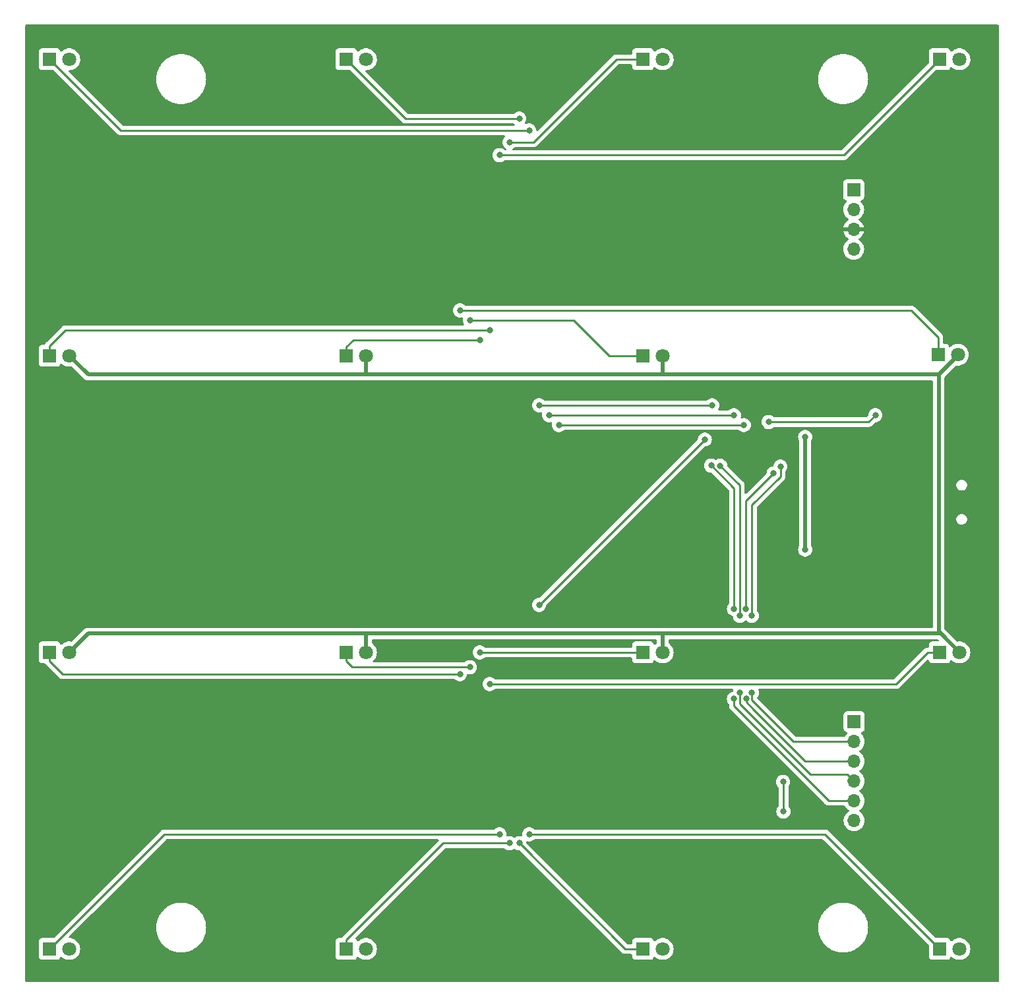
<source format=gbr>
%TF.GenerationSoftware,KiCad,Pcbnew,7.0.10*%
%TF.CreationDate,2024-05-15T16:53:23+02:00*%
%TF.ProjectId,ledrunner,6c656472-756e-46e6-9572-2e6b69636164,rev?*%
%TF.SameCoordinates,Original*%
%TF.FileFunction,Copper,L2,Bot*%
%TF.FilePolarity,Positive*%
%FSLAX46Y46*%
G04 Gerber Fmt 4.6, Leading zero omitted, Abs format (unit mm)*
G04 Created by KiCad (PCBNEW 7.0.10) date 2024-05-15 16:53:23*
%MOMM*%
%LPD*%
G01*
G04 APERTURE LIST*
%TA.AperFunction,ComponentPad*%
%ADD10R,1.800000X1.800000*%
%TD*%
%TA.AperFunction,ComponentPad*%
%ADD11C,1.800000*%
%TD*%
%TA.AperFunction,ComponentPad*%
%ADD12R,1.700000X1.700000*%
%TD*%
%TA.AperFunction,ComponentPad*%
%ADD13O,1.700000X1.700000*%
%TD*%
%TA.AperFunction,ViaPad*%
%ADD14C,0.800000*%
%TD*%
%TA.AperFunction,Conductor*%
%ADD15C,0.254000*%
%TD*%
%TA.AperFunction,Conductor*%
%ADD16C,0.250000*%
%TD*%
%TA.AperFunction,Conductor*%
%ADD17C,0.500000*%
%TD*%
G04 APERTURE END LIST*
D10*
%TO.P,D12,1,K*%
%TO.N,Net-(D12-K)*%
X152400000Y-120650000D03*
D11*
%TO.P,D12,2,A*%
%TO.N,+5V*%
X154940000Y-120650000D03*
%TD*%
D10*
%TO.P,D5,1,K*%
%TO.N,Net-(D5-K)*%
X38100000Y-82550000D03*
D11*
%TO.P,D5,2,A*%
%TO.N,+5V*%
X40640000Y-82550000D03*
%TD*%
D12*
%TO.P,J3,1,Pin_1*%
%TO.N,NRST*%
X141351000Y-61214000D03*
D13*
%TO.P,J3,2,Pin_2*%
%TO.N,SWDIO*%
X141351000Y-63754000D03*
%TO.P,J3,3,Pin_3*%
%TO.N,GND*%
X141351000Y-66294000D03*
%TO.P,J3,4,Pin_4*%
%TO.N,SWCLK*%
X141351000Y-68834000D03*
%TD*%
D10*
%TO.P,D8,1,K*%
%TO.N,Net-(D8-K)*%
X152200413Y-82407478D03*
D11*
%TO.P,D8,2,A*%
%TO.N,+5V*%
X154740413Y-82407478D03*
%TD*%
D10*
%TO.P,D16,1,K*%
%TO.N,Net-(D16-K)*%
X152400000Y-158750000D03*
D11*
%TO.P,D16,2,A*%
%TO.N,+5V*%
X154940000Y-158750000D03*
%TD*%
D12*
%TO.P,J2,1,Pin_1*%
%TO.N,GNDPWR*%
X141421000Y-129550000D03*
D13*
%TO.P,J2,2,Pin_2*%
%TO.N,CAN_TX*%
X141421000Y-132090000D03*
%TO.P,J2,3,Pin_3*%
%TO.N,CAN_RX*%
X141421000Y-134630000D03*
%TO.P,J2,4,Pin_4*%
%TO.N,EXTI_OUT*%
X141421000Y-137170000D03*
%TO.P,J2,5,Pin_5*%
%TO.N,EXTI_IN*%
X141421000Y-139710000D03*
%TO.P,J2,6,Pin_6*%
%TO.N,+24V*%
X141421000Y-142250000D03*
%TD*%
D10*
%TO.P,D9,1,K*%
%TO.N,Net-(D9-K)*%
X38100000Y-120650000D03*
D11*
%TO.P,D9,2,A*%
%TO.N,+5V*%
X40640000Y-120650000D03*
%TD*%
D10*
%TO.P,D1,1,K*%
%TO.N,Net-(D1-K)*%
X38100000Y-44450000D03*
D11*
%TO.P,D1,2,A*%
%TO.N,+5V*%
X40640000Y-44450000D03*
%TD*%
D10*
%TO.P,D6,1,K*%
%TO.N,Net-(D6-K)*%
X76200000Y-82550000D03*
D11*
%TO.P,D6,2,A*%
%TO.N,+5V*%
X78740000Y-82550000D03*
%TD*%
D10*
%TO.P,D11,1,K*%
%TO.N,Net-(D11-K)*%
X114300000Y-120650000D03*
D11*
%TO.P,D11,2,A*%
%TO.N,+5V*%
X116840000Y-120650000D03*
%TD*%
D10*
%TO.P,D2,1,K*%
%TO.N,Net-(D2-K)*%
X76200000Y-44450000D03*
D11*
%TO.P,D2,2,A*%
%TO.N,+5V*%
X78740000Y-44450000D03*
%TD*%
D10*
%TO.P,D13,1,K*%
%TO.N,Net-(D13-K)*%
X38100000Y-158750000D03*
D11*
%TO.P,D13,2,A*%
%TO.N,+5V*%
X40640000Y-158750000D03*
%TD*%
D10*
%TO.P,D15,1,K*%
%TO.N,Net-(D15-K)*%
X114300000Y-158750000D03*
D11*
%TO.P,D15,2,A*%
%TO.N,+5V*%
X116840000Y-158750000D03*
%TD*%
D10*
%TO.P,D14,1,K*%
%TO.N,Net-(D14-K)*%
X76200000Y-158750000D03*
D11*
%TO.P,D14,2,A*%
%TO.N,+5V*%
X78740000Y-158750000D03*
%TD*%
D10*
%TO.P,D7,1,K*%
%TO.N,Net-(D7-K)*%
X114300000Y-82550000D03*
D11*
%TO.P,D7,2,A*%
%TO.N,+5V*%
X116840000Y-82550000D03*
%TD*%
D10*
%TO.P,D3,1,K*%
%TO.N,Net-(D3-K)*%
X114300000Y-44450000D03*
D11*
%TO.P,D3,2,A*%
%TO.N,+5V*%
X116840000Y-44450000D03*
%TD*%
D10*
%TO.P,D4,1,K*%
%TO.N,Net-(D4-K)*%
X152400000Y-44450000D03*
D11*
%TO.P,D4,2,A*%
%TO.N,+5V*%
X154940000Y-44450000D03*
%TD*%
D10*
%TO.P,D10,1,K*%
%TO.N,Net-(D10-K)*%
X76200000Y-120650000D03*
D11*
%TO.P,D10,2,A*%
%TO.N,+5V*%
X78740000Y-120650000D03*
%TD*%
D14*
%TO.N,GND*%
X129667000Y-95377000D03*
%TO.N,NRST*%
X130429000Y-91059000D03*
X144145000Y-90170000D03*
%TO.N,GND*%
X124587000Y-126111000D03*
X142367000Y-115443000D03*
X132080000Y-116967000D03*
X93599000Y-73914000D03*
X145415000Y-99822000D03*
X132588000Y-126111000D03*
X155575000Y-109220000D03*
X119126000Y-73914000D03*
X139065000Y-74549000D03*
X141224000Y-86868000D03*
X45085000Y-158750000D03*
X123825000Y-100457000D03*
X93345000Y-126873000D03*
X117983000Y-106934000D03*
X93726000Y-55626000D03*
X150114000Y-97028000D03*
X148463000Y-158877000D03*
X145923000Y-103886000D03*
X134747000Y-59563000D03*
X136271000Y-99822000D03*
X109093000Y-122555000D03*
X136271000Y-96393000D03*
X101600000Y-73914000D03*
X148844000Y-44577000D03*
X150114000Y-100076000D03*
X120650000Y-120650000D03*
X136525000Y-86868000D03*
X145542000Y-86868000D03*
X89408000Y-86741000D03*
X38100000Y-114046000D03*
X133858000Y-86868000D03*
X38100000Y-87503000D03*
X85598000Y-120523000D03*
X148082000Y-120650000D03*
X102616000Y-145796000D03*
X158115000Y-94488000D03*
X83566000Y-146177000D03*
X142367000Y-116840000D03*
X129794000Y-126111000D03*
X129413000Y-91821000D03*
X44577000Y-44450000D03*
X101600000Y-126873000D03*
X115824000Y-113411000D03*
X132080000Y-115443000D03*
X158115000Y-108331000D03*
X155575000Y-110871000D03*
X103378000Y-54864000D03*
X100965000Y-86741000D03*
X80391000Y-51689000D03*
%TO.N,+3V3*%
X135128000Y-92964000D03*
X135128000Y-107442000D03*
%TO.N,Net-(D1-K)*%
X99695000Y-53594000D03*
%TO.N,Net-(D3-K)*%
X97155000Y-55118000D03*
%TO.N,Net-(D4-K)*%
X95885000Y-56769000D03*
%TO.N,Net-(D5-K)*%
X94615000Y-79248000D03*
%TO.N,Net-(D6-K)*%
X93345000Y-80518000D03*
%TO.N,Net-(D7-K)*%
X92075000Y-77978000D03*
%TO.N,Net-(D8-K)*%
X90805000Y-76708000D03*
%TO.N,Net-(D9-K)*%
X90805000Y-123444000D03*
%TO.N,Net-(D10-K)*%
X92075000Y-122555000D03*
%TO.N,Net-(D11-K)*%
X93345000Y-120650000D03*
%TO.N,Net-(D12-K)*%
X94615000Y-124714000D03*
%TO.N,Net-(D13-K)*%
X95885000Y-144018000D03*
%TO.N,Net-(D14-K)*%
X97155000Y-145161000D03*
%TO.N,Net-(D15-K)*%
X98425000Y-145161000D03*
%TO.N,Net-(D16-K)*%
X99695000Y-144018000D03*
%TO.N,Net-(D2-K)*%
X98425000Y-52070000D03*
%TO.N,TLC5926_OE*%
X100965000Y-114554000D03*
X122249000Y-93293000D03*
%TO.N,TLC5926_LE*%
X123190000Y-88900000D03*
X100965000Y-88900000D03*
%TO.N,TLC5926_SDI*%
X127254000Y-91440000D03*
X103505000Y-91440000D03*
%TO.N,TLC5926_CLK*%
X102235000Y-90170000D03*
X125984000Y-90170000D03*
%TO.N,CAN_TX*%
X131953000Y-96774000D03*
X128270000Y-125857000D03*
X128270000Y-115951000D03*
%TO.N,CAN_RX*%
X127543000Y-126625223D03*
X127508000Y-115062000D03*
X131064000Y-97663000D03*
%TO.N,EXTI_OUT*%
X126746000Y-115951000D03*
X126746000Y-125857000D03*
X124206000Y-96662000D03*
%TO.N,EXTI_IN*%
X125984000Y-126619000D03*
X125984000Y-115062000D03*
X123063000Y-96647000D03*
%TO.N,Net-(U4-FB)*%
X132295500Y-137287000D03*
X132334000Y-141097000D03*
%TD*%
D15*
%TO.N,NRST*%
X131064000Y-91059000D02*
X130429000Y-91059000D01*
X131064000Y-91059000D02*
X143256000Y-91059000D01*
X143256000Y-91059000D02*
X144145000Y-90170000D01*
D16*
%TO.N,TLC5926_CLK*%
X125984000Y-90170000D02*
X102235000Y-90170000D01*
%TO.N,TLC5926_LE*%
X100965000Y-88900000D02*
X123190000Y-88900000D01*
D17*
%TO.N,+3V3*%
X135128000Y-107442000D02*
X135128000Y-92964000D01*
D16*
%TO.N,TLC5926_SDI*%
X103505000Y-91440000D02*
X127254000Y-91440000D01*
D17*
%TO.N,+5V*%
X116967000Y-84963000D02*
X78613000Y-84963000D01*
X116840000Y-84836000D02*
X116967000Y-84963000D01*
X152527000Y-118237000D02*
X116713000Y-118237000D01*
X116840000Y-82550000D02*
X116840000Y-84836000D01*
X116840000Y-118364000D02*
X116713000Y-118237000D01*
X152273000Y-84963000D02*
X116967000Y-84963000D01*
X116840000Y-120650000D02*
X116840000Y-118364000D01*
X78740000Y-84836000D02*
X78613000Y-84963000D01*
X78740000Y-82550000D02*
X78740000Y-84836000D01*
X152273000Y-117983000D02*
X152527000Y-118237000D01*
X154740413Y-82495587D02*
X152273000Y-84963000D01*
X78740000Y-118364000D02*
X78613000Y-118237000D01*
X43053000Y-118237000D02*
X40640000Y-120650000D01*
X78613000Y-84963000D02*
X43053000Y-84963000D01*
X43053000Y-84963000D02*
X40640000Y-82550000D01*
X154740413Y-82407478D02*
X154740413Y-82495587D01*
X152273000Y-84963000D02*
X152273000Y-117983000D01*
X154940000Y-120650000D02*
X152527000Y-118237000D01*
X116713000Y-118237000D02*
X78613000Y-118237000D01*
X78740000Y-120650000D02*
X78740000Y-118364000D01*
X78613000Y-118237000D02*
X43053000Y-118237000D01*
D16*
%TO.N,Net-(D1-K)*%
X47244000Y-53594000D02*
X38100000Y-44450000D01*
X99695000Y-53594000D02*
X47244000Y-53594000D01*
%TO.N,Net-(D3-K)*%
X110871000Y-44450000D02*
X114300000Y-44450000D01*
X97155000Y-55118000D02*
X100203000Y-55118000D01*
X100203000Y-55118000D02*
X110871000Y-44450000D01*
%TO.N,Net-(D4-K)*%
X95885000Y-56769000D02*
X140081000Y-56769000D01*
X140081000Y-56769000D02*
X152400000Y-44450000D01*
%TO.N,Net-(D5-K)*%
X38100000Y-81280000D02*
X38100000Y-82550000D01*
X40132000Y-79248000D02*
X38100000Y-81280000D01*
X94615000Y-79248000D02*
X40132000Y-79248000D01*
%TO.N,Net-(D6-K)*%
X76200000Y-81407000D02*
X76200000Y-82550000D01*
X93345000Y-80518000D02*
X77089000Y-80518000D01*
X77089000Y-80518000D02*
X76200000Y-81407000D01*
%TO.N,Net-(D7-K)*%
X92075000Y-77978000D02*
X105410000Y-77978000D01*
X105410000Y-77978000D02*
X109982000Y-82550000D01*
X109982000Y-82550000D02*
X114300000Y-82550000D01*
%TO.N,Net-(D8-K)*%
X152200413Y-80191413D02*
X152200413Y-82407478D01*
X90805000Y-76708000D02*
X148717000Y-76708000D01*
X148717000Y-76708000D02*
X152200413Y-80191413D01*
%TO.N,Net-(D9-K)*%
X39751000Y-123444000D02*
X38100000Y-121793000D01*
X90805000Y-123444000D02*
X39751000Y-123444000D01*
X38100000Y-121793000D02*
X38100000Y-120650000D01*
%TO.N,Net-(D10-K)*%
X76962000Y-122555000D02*
X76200000Y-121793000D01*
X92075000Y-122555000D02*
X76962000Y-122555000D01*
X76200000Y-121793000D02*
X76200000Y-120650000D01*
%TO.N,Net-(D11-K)*%
X93345000Y-120650000D02*
X114300000Y-120650000D01*
%TO.N,Net-(D12-K)*%
X146812000Y-124714000D02*
X150876000Y-120650000D01*
X150876000Y-120650000D02*
X152400000Y-120650000D01*
X94615000Y-124714000D02*
X146812000Y-124714000D01*
%TO.N,Net-(D13-K)*%
X52832000Y-144018000D02*
X38100000Y-158750000D01*
X95885000Y-144018000D02*
X52832000Y-144018000D01*
%TO.N,Net-(D14-K)*%
X97155000Y-145161000D02*
X88639000Y-145161000D01*
X88639000Y-145161000D02*
X76200000Y-157600000D01*
X76200000Y-157600000D02*
X76200000Y-158750000D01*
%TO.N,Net-(D15-K)*%
X98425000Y-145161000D02*
X112014000Y-158750000D01*
X112014000Y-158750000D02*
X114300000Y-158750000D01*
%TO.N,Net-(D16-K)*%
X137668000Y-144018000D02*
X152400000Y-158750000D01*
X99695000Y-144018000D02*
X137668000Y-144018000D01*
%TO.N,Net-(D2-K)*%
X98425000Y-52070000D02*
X83820000Y-52070000D01*
X83820000Y-52070000D02*
X76200000Y-44450000D01*
%TO.N,TLC5926_OE*%
X100988000Y-114554000D02*
X100965000Y-114554000D01*
X122249000Y-93293000D02*
X100988000Y-114554000D01*
D15*
%TO.N,CAN_TX*%
X128270000Y-126746000D02*
X128270000Y-125857000D01*
X133614000Y-132090000D02*
X128270000Y-126746000D01*
X131953000Y-96774000D02*
X131953000Y-98044000D01*
X141421000Y-132090000D02*
X133614000Y-132090000D01*
X131953000Y-98044000D02*
X128270000Y-101727000D01*
X128270000Y-101727000D02*
X128270000Y-115951000D01*
D16*
%TO.N,CAN_RX*%
X127508000Y-101219000D02*
X127508000Y-115062000D01*
D15*
X128524000Y-128026000D02*
X128524000Y-128016000D01*
X135128000Y-134630000D02*
X128524000Y-128026000D01*
X141421000Y-134630000D02*
X135128000Y-134630000D01*
D16*
X131064000Y-97663000D02*
X127508000Y-101219000D01*
D15*
X127543000Y-127035000D02*
X127543000Y-126625223D01*
X128524000Y-128016000D02*
X127543000Y-127035000D01*
%TO.N,EXTI_OUT*%
X141421000Y-137170000D02*
X140571000Y-136320000D01*
X135812000Y-136320000D02*
X126746000Y-127254000D01*
D16*
X126746000Y-99187000D02*
X126746000Y-115951000D01*
X124206000Y-96662000D02*
X124221000Y-96662000D01*
X126746000Y-125857000D02*
X126746000Y-127254000D01*
D15*
X140571000Y-136320000D02*
X135812000Y-136320000D01*
D16*
X124221000Y-96662000D02*
X126746000Y-99187000D01*
D15*
%TO.N,EXTI_IN*%
X141421000Y-139710000D02*
X138186000Y-139710000D01*
X125984000Y-127508000D02*
X125984000Y-127381000D01*
X138186000Y-139710000D02*
X125984000Y-127508000D01*
D16*
X125984000Y-99568000D02*
X123063000Y-96647000D01*
X125984000Y-115062000D02*
X125984000Y-99568000D01*
X125984000Y-126619000D02*
X125984000Y-127381000D01*
D15*
%TO.N,Net-(U4-FB)*%
X132334000Y-141097000D02*
X132334000Y-137325500D01*
X132334000Y-137325500D02*
X132295500Y-137287000D01*
%TD*%
%TA.AperFunction,Conductor*%
%TO.N,GND*%
G36*
X159942539Y-40020185D02*
G01*
X159988294Y-40072989D01*
X159999500Y-40124500D01*
X159999500Y-162875500D01*
X159979815Y-162942539D01*
X159927011Y-162988294D01*
X159875500Y-162999500D01*
X35124500Y-162999500D01*
X35057461Y-162979815D01*
X35011706Y-162927011D01*
X35000500Y-162875500D01*
X35000500Y-159697870D01*
X36699500Y-159697870D01*
X36699501Y-159697876D01*
X36705908Y-159757483D01*
X36756202Y-159892328D01*
X36756206Y-159892335D01*
X36842452Y-160007544D01*
X36842455Y-160007547D01*
X36957664Y-160093793D01*
X36957671Y-160093797D01*
X37092517Y-160144091D01*
X37092516Y-160144091D01*
X37099444Y-160144835D01*
X37152127Y-160150500D01*
X39047872Y-160150499D01*
X39107483Y-160144091D01*
X39242331Y-160093796D01*
X39357546Y-160007546D01*
X39443796Y-159892331D01*
X39472455Y-159815493D01*
X39514326Y-159759559D01*
X39579790Y-159735141D01*
X39648063Y-159749992D01*
X39679866Y-159774843D01*
X39687302Y-159782920D01*
X39688215Y-159783912D01*
X39688222Y-159783918D01*
X39871365Y-159926464D01*
X39871371Y-159926468D01*
X39871374Y-159926470D01*
X40075497Y-160036936D01*
X40189487Y-160076068D01*
X40295015Y-160112297D01*
X40295017Y-160112297D01*
X40295019Y-160112298D01*
X40523951Y-160150500D01*
X40523952Y-160150500D01*
X40756048Y-160150500D01*
X40756049Y-160150500D01*
X40984981Y-160112298D01*
X41204503Y-160036936D01*
X41408626Y-159926470D01*
X41591784Y-159783913D01*
X41748979Y-159613153D01*
X41875924Y-159418849D01*
X41969157Y-159206300D01*
X42026134Y-158981305D01*
X42027111Y-158969514D01*
X42045300Y-158750006D01*
X42045300Y-158749993D01*
X42026135Y-158518702D01*
X42026133Y-158518691D01*
X41969157Y-158293699D01*
X41875924Y-158081151D01*
X41748983Y-157886852D01*
X41748980Y-157886849D01*
X41748979Y-157886847D01*
X41591784Y-157716087D01*
X41591779Y-157716083D01*
X41591777Y-157716081D01*
X41408634Y-157573535D01*
X41408628Y-157573531D01*
X41204504Y-157463064D01*
X41204495Y-157463061D01*
X40984984Y-157387702D01*
X40794450Y-157355908D01*
X40756049Y-157349500D01*
X40684451Y-157349500D01*
X40617412Y-157329815D01*
X40571657Y-157277011D01*
X40561713Y-157207853D01*
X40590738Y-157144297D01*
X40596770Y-157137819D01*
X41734590Y-155999999D01*
X51794457Y-155999999D01*
X51802322Y-156140047D01*
X51802517Y-156147000D01*
X51802517Y-156179573D01*
X51806162Y-156211923D01*
X51806747Y-156218853D01*
X51814612Y-156358902D01*
X51814614Y-156358917D01*
X51838107Y-156497188D01*
X51839079Y-156504073D01*
X51842725Y-156536432D01*
X51849974Y-156568193D01*
X51851330Y-156575011D01*
X51874827Y-156713298D01*
X51874828Y-156713305D01*
X51913656Y-156848081D01*
X51915393Y-156854814D01*
X51922641Y-156886571D01*
X51933393Y-156917298D01*
X51935504Y-156923922D01*
X51974339Y-157058716D01*
X51974343Y-157058729D01*
X52028016Y-157188307D01*
X52030496Y-157194804D01*
X52041253Y-157225547D01*
X52055386Y-157254895D01*
X52058224Y-157261238D01*
X52097439Y-157355908D01*
X52106305Y-157377312D01*
X52111908Y-157390837D01*
X52179759Y-157513605D01*
X52182950Y-157519782D01*
X52190323Y-157535092D01*
X52197079Y-157549120D01*
X52214408Y-157576700D01*
X52217928Y-157582666D01*
X52231748Y-157607671D01*
X52285789Y-157705452D01*
X52366961Y-157819854D01*
X52370823Y-157825635D01*
X52388144Y-157853200D01*
X52388153Y-157853213D01*
X52408457Y-157878674D01*
X52412638Y-157884229D01*
X52491133Y-157994856D01*
X52493806Y-157998623D01*
X52587262Y-158103201D01*
X52587268Y-158103207D01*
X52591755Y-158108522D01*
X52612058Y-158133982D01*
X52635091Y-158157015D01*
X52639869Y-158162069D01*
X52733337Y-158266659D01*
X52733340Y-158266662D01*
X52837929Y-158360129D01*
X52842983Y-158364907D01*
X52866011Y-158387935D01*
X52891489Y-158408253D01*
X52896783Y-158412723D01*
X53001377Y-158506194D01*
X53115794Y-158587378D01*
X53121309Y-158591528D01*
X53137953Y-158604801D01*
X53146794Y-158611852D01*
X53174378Y-158629184D01*
X53180150Y-158633041D01*
X53294548Y-158714211D01*
X53417344Y-158782077D01*
X53423285Y-158785582D01*
X53450880Y-158802921D01*
X53480240Y-158817060D01*
X53486367Y-158820225D01*
X53609167Y-158888094D01*
X53738759Y-158941773D01*
X53745096Y-158944609D01*
X53774448Y-158958744D01*
X53805227Y-158969514D01*
X53811651Y-158971966D01*
X53941276Y-159025659D01*
X54061477Y-159060288D01*
X54076059Y-159064489D01*
X54082686Y-159066601D01*
X54084794Y-159067338D01*
X54113428Y-159077358D01*
X54145216Y-159084613D01*
X54151869Y-159086329D01*
X54286700Y-159125173D01*
X54424993Y-159148670D01*
X54431785Y-159150021D01*
X54463558Y-159157273D01*
X54495975Y-159160925D01*
X54502766Y-159161884D01*
X54641093Y-159185387D01*
X54781194Y-159193255D01*
X54788002Y-159193828D01*
X54820433Y-159197483D01*
X54820435Y-159197483D01*
X54852999Y-159197483D01*
X54859952Y-159197678D01*
X55000000Y-159205543D01*
X55140048Y-159197678D01*
X55147001Y-159197483D01*
X55179565Y-159197483D01*
X55179567Y-159197483D01*
X55212000Y-159193828D01*
X55218805Y-159193255D01*
X55358907Y-159185387D01*
X55497243Y-159161882D01*
X55504019Y-159160926D01*
X55536442Y-159157273D01*
X55568235Y-159150016D01*
X55574978Y-159148674D01*
X55713300Y-159125173D01*
X55848110Y-159086335D01*
X55854816Y-159084606D01*
X55886572Y-159077358D01*
X55917346Y-159066589D01*
X55923914Y-159064496D01*
X56058724Y-159025659D01*
X56188377Y-158971954D01*
X56194765Y-158969516D01*
X56225552Y-158958744D01*
X56254935Y-158944593D01*
X56261231Y-158941777D01*
X56390833Y-158888094D01*
X56513650Y-158820215D01*
X56519755Y-158817062D01*
X56549120Y-158802921D01*
X56576738Y-158785567D01*
X56582603Y-158782106D01*
X56705452Y-158714211D01*
X56819879Y-158633020D01*
X56825603Y-158629195D01*
X56853207Y-158611851D01*
X56878691Y-158591527D01*
X56884186Y-158587391D01*
X56998623Y-158506194D01*
X57103252Y-158412691D01*
X57108477Y-158408279D01*
X57133989Y-158387935D01*
X57157066Y-158364857D01*
X57162031Y-158360163D01*
X57266661Y-158266661D01*
X57360163Y-158162031D01*
X57364857Y-158157066D01*
X57387935Y-158133989D01*
X57408279Y-158108477D01*
X57412691Y-158103252D01*
X57506194Y-157998623D01*
X57587391Y-157884186D01*
X57591527Y-157878691D01*
X57611851Y-157853207D01*
X57629195Y-157825603D01*
X57633020Y-157819879D01*
X57714211Y-157705452D01*
X57782106Y-157582603D01*
X57785567Y-157576738D01*
X57802921Y-157549120D01*
X57817062Y-157519755D01*
X57820215Y-157513650D01*
X57888094Y-157390833D01*
X57941777Y-157261231D01*
X57944593Y-157254935D01*
X57958744Y-157225552D01*
X57969516Y-157194765D01*
X57971954Y-157188377D01*
X58025659Y-157058724D01*
X58064496Y-156923914D01*
X58066589Y-156917346D01*
X58077358Y-156886572D01*
X58084606Y-156854812D01*
X58086335Y-156848110D01*
X58125173Y-156713300D01*
X58148674Y-156574978D01*
X58150016Y-156568235D01*
X58157273Y-156536442D01*
X58160926Y-156504019D01*
X58161882Y-156497243D01*
X58185387Y-156358907D01*
X58193255Y-156218805D01*
X58193828Y-156211997D01*
X58197483Y-156179567D01*
X58198120Y-156134100D01*
X58198300Y-156128960D01*
X58205543Y-156000000D01*
X58198300Y-155871042D01*
X58198120Y-155865895D01*
X58197483Y-155820433D01*
X58193829Y-155788005D01*
X58193255Y-155781194D01*
X58185387Y-155641093D01*
X58161884Y-155502766D01*
X58160925Y-155495975D01*
X58157273Y-155463558D01*
X58150021Y-155431785D01*
X58148667Y-155424978D01*
X58125173Y-155286700D01*
X58086329Y-155151869D01*
X58084607Y-155145190D01*
X58077358Y-155113428D01*
X58066601Y-155082685D01*
X58064489Y-155076059D01*
X58025660Y-154941281D01*
X58025659Y-154941276D01*
X57971966Y-154811651D01*
X57969514Y-154805227D01*
X57958744Y-154774448D01*
X57944608Y-154745094D01*
X57941773Y-154738759D01*
X57888094Y-154609167D01*
X57820225Y-154486367D01*
X57817060Y-154480240D01*
X57802921Y-154450880D01*
X57785582Y-154423285D01*
X57782069Y-154417329D01*
X57714211Y-154294548D01*
X57633042Y-154180152D01*
X57629184Y-154174378D01*
X57611852Y-154146794D01*
X57604801Y-154137953D01*
X57591528Y-154121309D01*
X57587378Y-154115794D01*
X57506194Y-154001377D01*
X57412723Y-153896783D01*
X57408249Y-153891484D01*
X57387935Y-153866011D01*
X57364907Y-153842983D01*
X57360129Y-153837929D01*
X57266662Y-153733340D01*
X57266659Y-153733337D01*
X57162069Y-153639869D01*
X57157015Y-153635091D01*
X57133982Y-153612058D01*
X57108522Y-153591755D01*
X57103207Y-153587268D01*
X56998622Y-153493805D01*
X56884229Y-153412638D01*
X56878674Y-153408457D01*
X56853213Y-153388153D01*
X56853200Y-153388144D01*
X56825635Y-153370823D01*
X56819854Y-153366961D01*
X56705452Y-153285789D01*
X56582673Y-153217932D01*
X56576700Y-153214408D01*
X56549120Y-153197079D01*
X56535092Y-153190323D01*
X56519782Y-153182950D01*
X56513605Y-153179759D01*
X56390837Y-153111908D01*
X56390835Y-153111907D01*
X56390833Y-153111906D01*
X56368224Y-153102541D01*
X56261238Y-153058224D01*
X56254895Y-153055386D01*
X56225547Y-153041253D01*
X56194804Y-153030496D01*
X56188307Y-153028016D01*
X56058729Y-152974343D01*
X56058728Y-152974342D01*
X56058724Y-152974341D01*
X56036917Y-152968058D01*
X55923922Y-152935504D01*
X55917298Y-152933393D01*
X55886571Y-152922641D01*
X55854814Y-152915393D01*
X55848081Y-152913656D01*
X55713305Y-152874828D01*
X55713301Y-152874827D01*
X55713300Y-152874827D01*
X55666896Y-152866942D01*
X55575011Y-152851330D01*
X55568193Y-152849974D01*
X55536442Y-152842727D01*
X55536439Y-152842726D01*
X55536432Y-152842725D01*
X55504073Y-152839079D01*
X55497188Y-152838107D01*
X55358917Y-152814614D01*
X55358902Y-152814612D01*
X55218853Y-152806747D01*
X55211923Y-152806162D01*
X55179573Y-152802517D01*
X55179567Y-152802517D01*
X55147001Y-152802517D01*
X55140048Y-152802322D01*
X55000000Y-152794457D01*
X54859952Y-152802322D01*
X54852999Y-152802517D01*
X54820424Y-152802517D01*
X54788074Y-152806162D01*
X54781145Y-152806747D01*
X54641097Y-152814612D01*
X54641082Y-152814614D01*
X54502812Y-152838107D01*
X54495927Y-152839079D01*
X54463565Y-152842725D01*
X54463547Y-152842728D01*
X54431790Y-152849976D01*
X54424974Y-152851332D01*
X54303585Y-152871958D01*
X54286700Y-152874827D01*
X54286698Y-152874827D01*
X54286689Y-152874829D01*
X54151919Y-152913655D01*
X54145190Y-152915391D01*
X54113435Y-152922639D01*
X54113424Y-152922643D01*
X54082685Y-152933397D01*
X54076068Y-152935506D01*
X53941279Y-152974340D01*
X53941264Y-152974345D01*
X53811680Y-153028020D01*
X53805184Y-153030500D01*
X53774448Y-153041255D01*
X53745094Y-153055390D01*
X53738753Y-153058227D01*
X53609168Y-153111905D01*
X53609163Y-153111907D01*
X53486400Y-153179756D01*
X53480223Y-153182947D01*
X53450887Y-153197075D01*
X53450874Y-153197082D01*
X53423317Y-153214397D01*
X53417329Y-153217929D01*
X53294549Y-153285787D01*
X53294541Y-153285792D01*
X53180138Y-153366965D01*
X53174359Y-153370827D01*
X53146789Y-153388151D01*
X53146787Y-153388152D01*
X53121331Y-153408453D01*
X53115776Y-153412634D01*
X53001372Y-153493809D01*
X52896794Y-153587265D01*
X52891484Y-153591750D01*
X52866007Y-153612067D01*
X52842961Y-153635112D01*
X52837913Y-153639885D01*
X52733339Y-153733339D01*
X52639885Y-153837913D01*
X52635112Y-153842961D01*
X52612067Y-153866007D01*
X52591750Y-153891484D01*
X52587265Y-153896794D01*
X52493809Y-154001372D01*
X52412634Y-154115776D01*
X52408453Y-154121331D01*
X52388152Y-154146787D01*
X52388151Y-154146789D01*
X52370827Y-154174359D01*
X52366965Y-154180138D01*
X52285792Y-154294541D01*
X52285787Y-154294549D01*
X52217929Y-154417329D01*
X52214397Y-154423317D01*
X52197082Y-154450874D01*
X52197075Y-154450887D01*
X52182947Y-154480223D01*
X52179756Y-154486400D01*
X52111907Y-154609163D01*
X52111905Y-154609168D01*
X52058227Y-154738753D01*
X52055390Y-154745094D01*
X52041255Y-154774448D01*
X52030500Y-154805184D01*
X52028020Y-154811680D01*
X51974345Y-154941264D01*
X51974340Y-154941279D01*
X51935506Y-155076068D01*
X51933397Y-155082685D01*
X51922643Y-155113424D01*
X51922639Y-155113435D01*
X51915391Y-155145190D01*
X51913655Y-155151919D01*
X51874829Y-155286689D01*
X51874827Y-155286698D01*
X51874827Y-155286700D01*
X51874599Y-155288044D01*
X51851332Y-155424974D01*
X51849976Y-155431790D01*
X51842728Y-155463547D01*
X51842725Y-155463565D01*
X51839079Y-155495927D01*
X51838107Y-155502812D01*
X51814614Y-155641082D01*
X51814612Y-155641097D01*
X51806747Y-155781145D01*
X51806162Y-155788074D01*
X51802517Y-155820424D01*
X51802517Y-155852998D01*
X51802322Y-155859951D01*
X51794457Y-155999999D01*
X41734590Y-155999999D01*
X43554428Y-154180162D01*
X53054772Y-144679819D01*
X53116095Y-144646334D01*
X53142453Y-144643500D01*
X87972546Y-144643500D01*
X88039585Y-144663185D01*
X88085340Y-144715989D01*
X88095284Y-144785147D01*
X88066259Y-144848703D01*
X88060227Y-144855181D01*
X75816208Y-157099199D01*
X75803951Y-157109020D01*
X75804134Y-157109241D01*
X75798122Y-157114214D01*
X75752098Y-157163223D01*
X75749391Y-157166016D01*
X75729889Y-157185517D01*
X75729875Y-157185534D01*
X75727407Y-157188715D01*
X75719843Y-157197570D01*
X75689937Y-157229418D01*
X75689936Y-157229420D01*
X75680284Y-157246976D01*
X75669610Y-157263226D01*
X75657329Y-157279061D01*
X75653354Y-157285782D01*
X75651118Y-157284459D01*
X75614482Y-157328469D01*
X75547845Y-157349476D01*
X75545393Y-157349500D01*
X75252130Y-157349500D01*
X75252123Y-157349501D01*
X75192516Y-157355908D01*
X75057671Y-157406202D01*
X75057664Y-157406206D01*
X74942455Y-157492452D01*
X74942452Y-157492455D01*
X74856206Y-157607664D01*
X74856202Y-157607671D01*
X74805908Y-157742517D01*
X74799501Y-157802116D01*
X74799500Y-157802135D01*
X74799500Y-159697870D01*
X74799501Y-159697876D01*
X74805908Y-159757483D01*
X74856202Y-159892328D01*
X74856206Y-159892335D01*
X74942452Y-160007544D01*
X74942455Y-160007547D01*
X75057664Y-160093793D01*
X75057671Y-160093797D01*
X75192517Y-160144091D01*
X75192516Y-160144091D01*
X75199444Y-160144835D01*
X75252127Y-160150500D01*
X77147872Y-160150499D01*
X77207483Y-160144091D01*
X77342331Y-160093796D01*
X77457546Y-160007546D01*
X77543796Y-159892331D01*
X77572455Y-159815493D01*
X77614326Y-159759559D01*
X77679790Y-159735141D01*
X77748063Y-159749992D01*
X77779866Y-159774843D01*
X77787302Y-159782920D01*
X77788215Y-159783912D01*
X77788222Y-159783918D01*
X77971365Y-159926464D01*
X77971371Y-159926468D01*
X77971374Y-159926470D01*
X78175497Y-160036936D01*
X78289487Y-160076068D01*
X78395015Y-160112297D01*
X78395017Y-160112297D01*
X78395019Y-160112298D01*
X78623951Y-160150500D01*
X78623952Y-160150500D01*
X78856048Y-160150500D01*
X78856049Y-160150500D01*
X79084981Y-160112298D01*
X79304503Y-160036936D01*
X79508626Y-159926470D01*
X79691784Y-159783913D01*
X79848979Y-159613153D01*
X79975924Y-159418849D01*
X80069157Y-159206300D01*
X80126134Y-158981305D01*
X80127111Y-158969514D01*
X80145300Y-158750006D01*
X80145300Y-158749993D01*
X80126135Y-158518702D01*
X80126133Y-158518691D01*
X80069157Y-158293699D01*
X79975924Y-158081151D01*
X79848983Y-157886852D01*
X79848980Y-157886849D01*
X79848979Y-157886847D01*
X79691784Y-157716087D01*
X79691779Y-157716083D01*
X79691777Y-157716081D01*
X79508634Y-157573535D01*
X79508628Y-157573531D01*
X79304504Y-157463064D01*
X79304495Y-157463061D01*
X79084984Y-157387702D01*
X78894450Y-157355908D01*
X78856049Y-157349500D01*
X78623951Y-157349500D01*
X78585550Y-157355908D01*
X78395015Y-157387702D01*
X78175504Y-157463061D01*
X78175495Y-157463064D01*
X77971371Y-157573531D01*
X77971365Y-157573535D01*
X77788222Y-157716081D01*
X77788218Y-157716085D01*
X77779866Y-157725158D01*
X77719979Y-157761148D01*
X77650141Y-157759047D01*
X77592525Y-157719522D01*
X77572455Y-157684507D01*
X77543797Y-157607671D01*
X77543793Y-157607664D01*
X77457547Y-157492455D01*
X77457546Y-157492454D01*
X77457543Y-157492452D01*
X77420319Y-157464586D01*
X77378448Y-157408654D01*
X77373464Y-157338962D01*
X77406947Y-157277641D01*
X88861771Y-145822819D01*
X88923094Y-145789334D01*
X88949452Y-145786500D01*
X96451252Y-145786500D01*
X96518291Y-145806185D01*
X96543400Y-145827526D01*
X96549126Y-145833885D01*
X96549130Y-145833889D01*
X96702265Y-145945148D01*
X96702270Y-145945151D01*
X96875192Y-146022142D01*
X96875197Y-146022144D01*
X97060354Y-146061500D01*
X97060355Y-146061500D01*
X97249644Y-146061500D01*
X97249646Y-146061500D01*
X97434803Y-146022144D01*
X97607730Y-145945151D01*
X97717117Y-145865676D01*
X97782920Y-145842198D01*
X97850974Y-145858023D01*
X97862871Y-145865668D01*
X97972266Y-145945148D01*
X97972270Y-145945151D01*
X98145192Y-146022142D01*
X98145197Y-146022144D01*
X98330354Y-146061500D01*
X98389548Y-146061500D01*
X98456587Y-146081185D01*
X98477229Y-146097819D01*
X111513197Y-159133788D01*
X111523022Y-159146051D01*
X111523243Y-159145869D01*
X111528211Y-159151874D01*
X111577222Y-159197899D01*
X111580021Y-159200612D01*
X111599522Y-159220114D01*
X111599526Y-159220117D01*
X111599529Y-159220120D01*
X111602702Y-159222581D01*
X111611574Y-159230159D01*
X111643418Y-159260062D01*
X111660976Y-159269714D01*
X111677235Y-159280395D01*
X111693064Y-159292673D01*
X111733155Y-159310021D01*
X111743626Y-159315151D01*
X111766180Y-159327550D01*
X111781902Y-159336194D01*
X111781904Y-159336195D01*
X111781908Y-159336197D01*
X111801316Y-159341180D01*
X111819719Y-159347481D01*
X111838101Y-159355436D01*
X111838102Y-159355436D01*
X111838104Y-159355437D01*
X111881250Y-159362270D01*
X111892672Y-159364636D01*
X111934981Y-159375500D01*
X111955016Y-159375500D01*
X111974414Y-159377026D01*
X111994194Y-159380159D01*
X111994195Y-159380160D01*
X111994195Y-159380159D01*
X111994196Y-159380160D01*
X112037675Y-159376050D01*
X112049344Y-159375500D01*
X112775501Y-159375500D01*
X112842540Y-159395185D01*
X112888295Y-159447989D01*
X112899501Y-159499500D01*
X112899501Y-159697876D01*
X112905908Y-159757483D01*
X112956202Y-159892328D01*
X112956206Y-159892335D01*
X113042452Y-160007544D01*
X113042455Y-160007547D01*
X113157664Y-160093793D01*
X113157671Y-160093797D01*
X113292517Y-160144091D01*
X113292516Y-160144091D01*
X113299444Y-160144835D01*
X113352127Y-160150500D01*
X115247872Y-160150499D01*
X115307483Y-160144091D01*
X115442331Y-160093796D01*
X115557546Y-160007546D01*
X115643796Y-159892331D01*
X115672455Y-159815493D01*
X115714326Y-159759559D01*
X115779790Y-159735141D01*
X115848063Y-159749992D01*
X115879866Y-159774843D01*
X115887302Y-159782920D01*
X115888215Y-159783912D01*
X115888222Y-159783918D01*
X116071365Y-159926464D01*
X116071371Y-159926468D01*
X116071374Y-159926470D01*
X116275497Y-160036936D01*
X116389487Y-160076068D01*
X116495015Y-160112297D01*
X116495017Y-160112297D01*
X116495019Y-160112298D01*
X116723951Y-160150500D01*
X116723952Y-160150500D01*
X116956048Y-160150500D01*
X116956049Y-160150500D01*
X117184981Y-160112298D01*
X117404503Y-160036936D01*
X117608626Y-159926470D01*
X117791784Y-159783913D01*
X117948979Y-159613153D01*
X118075924Y-159418849D01*
X118169157Y-159206300D01*
X118226134Y-158981305D01*
X118227111Y-158969514D01*
X118245300Y-158750006D01*
X118245300Y-158749993D01*
X118226135Y-158518702D01*
X118226133Y-158518691D01*
X118169157Y-158293699D01*
X118075924Y-158081151D01*
X117948983Y-157886852D01*
X117948980Y-157886849D01*
X117948979Y-157886847D01*
X117791784Y-157716087D01*
X117791779Y-157716083D01*
X117791777Y-157716081D01*
X117608634Y-157573535D01*
X117608628Y-157573531D01*
X117404504Y-157463064D01*
X117404495Y-157463061D01*
X117184984Y-157387702D01*
X116994450Y-157355908D01*
X116956049Y-157349500D01*
X116723951Y-157349500D01*
X116685550Y-157355908D01*
X116495015Y-157387702D01*
X116275504Y-157463061D01*
X116275495Y-157463064D01*
X116071371Y-157573531D01*
X116071365Y-157573535D01*
X115888222Y-157716081D01*
X115888218Y-157716085D01*
X115879866Y-157725158D01*
X115819979Y-157761148D01*
X115750141Y-157759047D01*
X115692525Y-157719522D01*
X115672455Y-157684507D01*
X115643797Y-157607671D01*
X115643793Y-157607664D01*
X115557547Y-157492455D01*
X115557544Y-157492452D01*
X115442335Y-157406206D01*
X115442328Y-157406202D01*
X115307482Y-157355908D01*
X115307483Y-157355908D01*
X115247883Y-157349501D01*
X115247881Y-157349500D01*
X115247873Y-157349500D01*
X115247864Y-157349500D01*
X113352129Y-157349500D01*
X113352123Y-157349501D01*
X113292516Y-157355908D01*
X113157671Y-157406202D01*
X113157664Y-157406206D01*
X113042455Y-157492452D01*
X113042452Y-157492455D01*
X112956206Y-157607664D01*
X112956202Y-157607671D01*
X112905908Y-157742517D01*
X112899501Y-157802116D01*
X112899500Y-157802135D01*
X112899500Y-158000500D01*
X112879815Y-158067539D01*
X112827011Y-158113294D01*
X112775500Y-158124500D01*
X112324452Y-158124500D01*
X112257413Y-158104815D01*
X112236771Y-158088181D01*
X110148589Y-155999999D01*
X136794457Y-155999999D01*
X136802322Y-156140047D01*
X136802517Y-156147000D01*
X136802517Y-156179573D01*
X136806162Y-156211923D01*
X136806747Y-156218853D01*
X136814612Y-156358902D01*
X136814614Y-156358917D01*
X136838107Y-156497188D01*
X136839079Y-156504073D01*
X136842725Y-156536432D01*
X136849974Y-156568193D01*
X136851330Y-156575011D01*
X136874827Y-156713298D01*
X136874828Y-156713305D01*
X136913656Y-156848081D01*
X136915393Y-156854814D01*
X136922641Y-156886571D01*
X136933393Y-156917298D01*
X136935504Y-156923922D01*
X136974339Y-157058716D01*
X136974343Y-157058729D01*
X137028016Y-157188307D01*
X137030496Y-157194804D01*
X137041253Y-157225547D01*
X137055386Y-157254895D01*
X137058224Y-157261238D01*
X137097439Y-157355908D01*
X137106305Y-157377312D01*
X137111908Y-157390837D01*
X137179759Y-157513605D01*
X137182950Y-157519782D01*
X137190323Y-157535092D01*
X137197079Y-157549120D01*
X137214408Y-157576700D01*
X137217928Y-157582666D01*
X137231748Y-157607671D01*
X137285789Y-157705452D01*
X137366961Y-157819854D01*
X137370823Y-157825635D01*
X137388144Y-157853200D01*
X137388153Y-157853213D01*
X137408457Y-157878674D01*
X137412638Y-157884229D01*
X137491133Y-157994856D01*
X137493806Y-157998623D01*
X137587262Y-158103201D01*
X137587268Y-158103207D01*
X137591755Y-158108522D01*
X137612058Y-158133982D01*
X137635091Y-158157015D01*
X137639869Y-158162069D01*
X137733337Y-158266659D01*
X137733340Y-158266662D01*
X137837929Y-158360129D01*
X137842983Y-158364907D01*
X137866011Y-158387935D01*
X137891489Y-158408253D01*
X137896783Y-158412723D01*
X138001377Y-158506194D01*
X138115794Y-158587378D01*
X138121309Y-158591528D01*
X138137953Y-158604801D01*
X138146794Y-158611852D01*
X138174378Y-158629184D01*
X138180150Y-158633041D01*
X138294548Y-158714211D01*
X138417344Y-158782077D01*
X138423285Y-158785582D01*
X138450880Y-158802921D01*
X138480240Y-158817060D01*
X138486367Y-158820225D01*
X138609167Y-158888094D01*
X138738759Y-158941773D01*
X138745096Y-158944609D01*
X138774448Y-158958744D01*
X138805227Y-158969514D01*
X138811651Y-158971966D01*
X138941276Y-159025659D01*
X139061477Y-159060288D01*
X139076059Y-159064489D01*
X139082686Y-159066601D01*
X139084794Y-159067338D01*
X139113428Y-159077358D01*
X139145216Y-159084613D01*
X139151869Y-159086329D01*
X139286700Y-159125173D01*
X139424993Y-159148670D01*
X139431785Y-159150021D01*
X139463558Y-159157273D01*
X139495975Y-159160925D01*
X139502766Y-159161884D01*
X139641093Y-159185387D01*
X139781194Y-159193255D01*
X139788002Y-159193828D01*
X139820433Y-159197483D01*
X139820435Y-159197483D01*
X139852999Y-159197483D01*
X139859952Y-159197678D01*
X140000000Y-159205543D01*
X140140048Y-159197678D01*
X140147001Y-159197483D01*
X140179565Y-159197483D01*
X140179567Y-159197483D01*
X140212000Y-159193828D01*
X140218805Y-159193255D01*
X140358907Y-159185387D01*
X140497243Y-159161882D01*
X140504019Y-159160926D01*
X140536442Y-159157273D01*
X140568235Y-159150016D01*
X140574978Y-159148674D01*
X140713300Y-159125173D01*
X140848110Y-159086335D01*
X140854816Y-159084606D01*
X140886572Y-159077358D01*
X140917346Y-159066589D01*
X140923914Y-159064496D01*
X141058724Y-159025659D01*
X141188377Y-158971954D01*
X141194765Y-158969516D01*
X141225552Y-158958744D01*
X141254935Y-158944593D01*
X141261231Y-158941777D01*
X141390833Y-158888094D01*
X141513650Y-158820215D01*
X141519755Y-158817062D01*
X141549120Y-158802921D01*
X141576738Y-158785567D01*
X141582603Y-158782106D01*
X141705452Y-158714211D01*
X141819879Y-158633020D01*
X141825603Y-158629195D01*
X141853207Y-158611851D01*
X141878691Y-158591527D01*
X141884186Y-158587391D01*
X141998623Y-158506194D01*
X142103252Y-158412691D01*
X142108477Y-158408279D01*
X142133989Y-158387935D01*
X142157066Y-158364857D01*
X142162031Y-158360163D01*
X142266661Y-158266661D01*
X142360163Y-158162031D01*
X142364857Y-158157066D01*
X142387935Y-158133989D01*
X142408279Y-158108477D01*
X142412691Y-158103252D01*
X142506194Y-157998623D01*
X142587391Y-157884186D01*
X142591527Y-157878691D01*
X142611851Y-157853207D01*
X142629195Y-157825603D01*
X142633020Y-157819879D01*
X142714211Y-157705452D01*
X142782106Y-157582603D01*
X142785567Y-157576738D01*
X142802921Y-157549120D01*
X142817062Y-157519755D01*
X142820215Y-157513650D01*
X142888094Y-157390833D01*
X142941777Y-157261231D01*
X142944593Y-157254935D01*
X142958744Y-157225552D01*
X142969516Y-157194765D01*
X142971954Y-157188377D01*
X143025659Y-157058724D01*
X143064496Y-156923914D01*
X143066589Y-156917346D01*
X143077358Y-156886572D01*
X143084606Y-156854812D01*
X143086335Y-156848110D01*
X143125173Y-156713300D01*
X143148674Y-156574978D01*
X143150016Y-156568235D01*
X143157273Y-156536442D01*
X143160926Y-156504019D01*
X143161882Y-156497243D01*
X143185387Y-156358907D01*
X143193255Y-156218805D01*
X143193828Y-156211997D01*
X143197483Y-156179567D01*
X143198120Y-156134100D01*
X143198300Y-156128960D01*
X143205543Y-156000000D01*
X143198300Y-155871042D01*
X143198120Y-155865895D01*
X143197483Y-155820433D01*
X143193829Y-155788005D01*
X143193255Y-155781194D01*
X143185387Y-155641093D01*
X143161884Y-155502766D01*
X143160925Y-155495975D01*
X143157273Y-155463558D01*
X143150021Y-155431785D01*
X143148667Y-155424978D01*
X143125173Y-155286700D01*
X143086329Y-155151869D01*
X143084607Y-155145190D01*
X143077358Y-155113428D01*
X143066601Y-155082685D01*
X143064489Y-155076059D01*
X143025660Y-154941281D01*
X143025659Y-154941276D01*
X142971966Y-154811651D01*
X142969514Y-154805227D01*
X142958744Y-154774448D01*
X142944608Y-154745094D01*
X142941773Y-154738759D01*
X142888094Y-154609167D01*
X142820225Y-154486367D01*
X142817060Y-154480240D01*
X142802921Y-154450880D01*
X142785582Y-154423285D01*
X142782069Y-154417329D01*
X142714211Y-154294548D01*
X142633042Y-154180152D01*
X142629184Y-154174378D01*
X142611852Y-154146794D01*
X142604801Y-154137953D01*
X142591528Y-154121309D01*
X142587378Y-154115794D01*
X142506194Y-154001377D01*
X142412723Y-153896783D01*
X142408249Y-153891484D01*
X142387935Y-153866011D01*
X142364907Y-153842983D01*
X142360129Y-153837929D01*
X142266662Y-153733340D01*
X142266659Y-153733337D01*
X142162069Y-153639869D01*
X142157015Y-153635091D01*
X142133982Y-153612058D01*
X142108522Y-153591755D01*
X142103207Y-153587268D01*
X141998622Y-153493805D01*
X141884229Y-153412638D01*
X141878674Y-153408457D01*
X141853213Y-153388153D01*
X141853200Y-153388144D01*
X141825635Y-153370823D01*
X141819854Y-153366961D01*
X141705452Y-153285789D01*
X141582673Y-153217932D01*
X141576700Y-153214408D01*
X141549120Y-153197079D01*
X141535092Y-153190323D01*
X141519782Y-153182950D01*
X141513605Y-153179759D01*
X141390837Y-153111908D01*
X141390835Y-153111907D01*
X141390833Y-153111906D01*
X141368224Y-153102541D01*
X141261238Y-153058224D01*
X141254895Y-153055386D01*
X141225547Y-153041253D01*
X141194804Y-153030496D01*
X141188307Y-153028016D01*
X141058729Y-152974343D01*
X141058728Y-152974342D01*
X141058724Y-152974341D01*
X141036917Y-152968058D01*
X140923922Y-152935504D01*
X140917298Y-152933393D01*
X140886571Y-152922641D01*
X140854814Y-152915393D01*
X140848081Y-152913656D01*
X140713305Y-152874828D01*
X140713301Y-152874827D01*
X140713300Y-152874827D01*
X140666896Y-152866942D01*
X140575011Y-152851330D01*
X140568193Y-152849974D01*
X140536442Y-152842727D01*
X140536439Y-152842726D01*
X140536432Y-152842725D01*
X140504073Y-152839079D01*
X140497188Y-152838107D01*
X140358917Y-152814614D01*
X140358902Y-152814612D01*
X140218853Y-152806747D01*
X140211923Y-152806162D01*
X140179573Y-152802517D01*
X140179567Y-152802517D01*
X140147001Y-152802517D01*
X140140048Y-152802322D01*
X140000000Y-152794457D01*
X139859952Y-152802322D01*
X139852999Y-152802517D01*
X139820424Y-152802517D01*
X139788074Y-152806162D01*
X139781145Y-152806747D01*
X139641097Y-152814612D01*
X139641082Y-152814614D01*
X139502812Y-152838107D01*
X139495927Y-152839079D01*
X139463565Y-152842725D01*
X139463547Y-152842728D01*
X139431790Y-152849976D01*
X139424974Y-152851332D01*
X139303585Y-152871958D01*
X139286700Y-152874827D01*
X139286698Y-152874827D01*
X139286689Y-152874829D01*
X139151919Y-152913655D01*
X139145190Y-152915391D01*
X139113435Y-152922639D01*
X139113424Y-152922643D01*
X139082685Y-152933397D01*
X139076068Y-152935506D01*
X138941279Y-152974340D01*
X138941264Y-152974345D01*
X138811680Y-153028020D01*
X138805184Y-153030500D01*
X138774448Y-153041255D01*
X138745094Y-153055390D01*
X138738753Y-153058227D01*
X138609168Y-153111905D01*
X138609163Y-153111907D01*
X138486400Y-153179756D01*
X138480223Y-153182947D01*
X138450887Y-153197075D01*
X138450874Y-153197082D01*
X138423317Y-153214397D01*
X138417329Y-153217929D01*
X138294549Y-153285787D01*
X138294541Y-153285792D01*
X138180138Y-153366965D01*
X138174359Y-153370827D01*
X138146789Y-153388151D01*
X138146787Y-153388152D01*
X138121331Y-153408453D01*
X138115776Y-153412634D01*
X138001372Y-153493809D01*
X137896794Y-153587265D01*
X137891484Y-153591750D01*
X137866007Y-153612067D01*
X137842961Y-153635112D01*
X137837913Y-153639885D01*
X137733339Y-153733339D01*
X137639885Y-153837913D01*
X137635112Y-153842961D01*
X137612067Y-153866007D01*
X137591750Y-153891484D01*
X137587265Y-153896794D01*
X137493809Y-154001372D01*
X137412634Y-154115776D01*
X137408453Y-154121331D01*
X137388152Y-154146787D01*
X137388151Y-154146789D01*
X137370827Y-154174359D01*
X137366965Y-154180138D01*
X137285792Y-154294541D01*
X137285787Y-154294549D01*
X137217929Y-154417329D01*
X137214397Y-154423317D01*
X137197082Y-154450874D01*
X137197075Y-154450887D01*
X137182947Y-154480223D01*
X137179756Y-154486400D01*
X137111907Y-154609163D01*
X137111905Y-154609168D01*
X137058227Y-154738753D01*
X137055390Y-154745094D01*
X137041255Y-154774448D01*
X137030500Y-154805184D01*
X137028020Y-154811680D01*
X136974345Y-154941264D01*
X136974340Y-154941279D01*
X136935506Y-155076068D01*
X136933397Y-155082685D01*
X136922643Y-155113424D01*
X136922639Y-155113435D01*
X136915391Y-155145190D01*
X136913655Y-155151919D01*
X136874829Y-155286689D01*
X136874827Y-155286698D01*
X136874827Y-155286700D01*
X136874599Y-155288044D01*
X136851332Y-155424974D01*
X136849976Y-155431790D01*
X136842728Y-155463547D01*
X136842725Y-155463565D01*
X136839079Y-155495927D01*
X136838107Y-155502812D01*
X136814614Y-155641082D01*
X136814612Y-155641097D01*
X136806747Y-155781145D01*
X136806162Y-155788074D01*
X136802517Y-155820424D01*
X136802517Y-155852998D01*
X136802322Y-155859951D01*
X136794457Y-155999999D01*
X110148589Y-155999999D01*
X99363960Y-145215369D01*
X99330475Y-145154046D01*
X99328323Y-145140668D01*
X99316062Y-145024012D01*
X99328632Y-144955285D01*
X99376364Y-144904262D01*
X99444105Y-144887144D01*
X99465155Y-144889762D01*
X99600354Y-144918500D01*
X99600355Y-144918500D01*
X99789644Y-144918500D01*
X99789646Y-144918500D01*
X99974803Y-144879144D01*
X100147730Y-144802151D01*
X100300871Y-144690888D01*
X100303788Y-144687647D01*
X100306600Y-144684526D01*
X100366087Y-144647879D01*
X100398748Y-144643500D01*
X137357548Y-144643500D01*
X137424587Y-144663185D01*
X137445229Y-144679819D01*
X150963181Y-158197772D01*
X150996666Y-158259095D01*
X150999500Y-158285453D01*
X150999500Y-159697870D01*
X150999501Y-159697876D01*
X151005908Y-159757483D01*
X151056202Y-159892328D01*
X151056206Y-159892335D01*
X151142452Y-160007544D01*
X151142455Y-160007547D01*
X151257664Y-160093793D01*
X151257671Y-160093797D01*
X151392517Y-160144091D01*
X151392516Y-160144091D01*
X151399444Y-160144835D01*
X151452127Y-160150500D01*
X153347872Y-160150499D01*
X153407483Y-160144091D01*
X153542331Y-160093796D01*
X153657546Y-160007546D01*
X153743796Y-159892331D01*
X153772455Y-159815493D01*
X153814326Y-159759559D01*
X153879790Y-159735141D01*
X153948063Y-159749992D01*
X153979866Y-159774843D01*
X153987302Y-159782920D01*
X153988215Y-159783912D01*
X153988222Y-159783918D01*
X154171365Y-159926464D01*
X154171371Y-159926468D01*
X154171374Y-159926470D01*
X154375497Y-160036936D01*
X154489487Y-160076068D01*
X154595015Y-160112297D01*
X154595017Y-160112297D01*
X154595019Y-160112298D01*
X154823951Y-160150500D01*
X154823952Y-160150500D01*
X155056048Y-160150500D01*
X155056049Y-160150500D01*
X155284981Y-160112298D01*
X155504503Y-160036936D01*
X155708626Y-159926470D01*
X155891784Y-159783913D01*
X156048979Y-159613153D01*
X156175924Y-159418849D01*
X156269157Y-159206300D01*
X156326134Y-158981305D01*
X156327111Y-158969514D01*
X156345300Y-158750006D01*
X156345300Y-158749993D01*
X156326135Y-158518702D01*
X156326133Y-158518691D01*
X156269157Y-158293699D01*
X156175924Y-158081151D01*
X156048983Y-157886852D01*
X156048980Y-157886849D01*
X156048979Y-157886847D01*
X155891784Y-157716087D01*
X155891779Y-157716083D01*
X155891777Y-157716081D01*
X155708634Y-157573535D01*
X155708628Y-157573531D01*
X155504504Y-157463064D01*
X155504495Y-157463061D01*
X155284984Y-157387702D01*
X155094450Y-157355908D01*
X155056049Y-157349500D01*
X154823951Y-157349500D01*
X154785550Y-157355908D01*
X154595015Y-157387702D01*
X154375504Y-157463061D01*
X154375495Y-157463064D01*
X154171371Y-157573531D01*
X154171365Y-157573535D01*
X153988222Y-157716081D01*
X153988218Y-157716085D01*
X153979866Y-157725158D01*
X153919979Y-157761148D01*
X153850141Y-157759047D01*
X153792525Y-157719522D01*
X153772455Y-157684507D01*
X153743797Y-157607671D01*
X153743793Y-157607664D01*
X153657547Y-157492455D01*
X153657544Y-157492452D01*
X153542335Y-157406206D01*
X153542328Y-157406202D01*
X153407482Y-157355908D01*
X153407483Y-157355908D01*
X153347883Y-157349501D01*
X153347881Y-157349500D01*
X153347873Y-157349500D01*
X153347865Y-157349500D01*
X151935453Y-157349500D01*
X151868414Y-157329815D01*
X151847772Y-157313181D01*
X138168803Y-143634212D01*
X138158980Y-143621950D01*
X138158759Y-143622134D01*
X138153786Y-143616122D01*
X138104776Y-143570099D01*
X138101977Y-143567386D01*
X138082477Y-143547885D01*
X138082471Y-143547880D01*
X138079286Y-143545409D01*
X138070434Y-143537848D01*
X138038582Y-143507938D01*
X138038580Y-143507936D01*
X138038577Y-143507935D01*
X138021029Y-143498288D01*
X138004763Y-143487604D01*
X137988932Y-143475324D01*
X137948849Y-143457978D01*
X137938363Y-143452841D01*
X137900094Y-143431803D01*
X137900092Y-143431802D01*
X137880693Y-143426822D01*
X137862281Y-143420518D01*
X137843898Y-143412562D01*
X137843892Y-143412560D01*
X137800760Y-143405729D01*
X137789322Y-143403361D01*
X137747020Y-143392500D01*
X137747019Y-143392500D01*
X137726984Y-143392500D01*
X137707586Y-143390973D01*
X137700162Y-143389797D01*
X137687805Y-143387840D01*
X137687804Y-143387840D01*
X137644325Y-143391950D01*
X137632656Y-143392500D01*
X100398748Y-143392500D01*
X100331709Y-143372815D01*
X100306600Y-143351474D01*
X100300873Y-143345114D01*
X100300869Y-143345110D01*
X100147734Y-143233851D01*
X100147729Y-143233848D01*
X99974807Y-143156857D01*
X99974802Y-143156855D01*
X99829001Y-143125865D01*
X99789646Y-143117500D01*
X99600354Y-143117500D01*
X99567897Y-143124398D01*
X99415197Y-143156855D01*
X99415192Y-143156857D01*
X99242270Y-143233848D01*
X99242265Y-143233851D01*
X99089129Y-143345111D01*
X98962466Y-143485785D01*
X98867821Y-143649715D01*
X98867818Y-143649722D01*
X98809327Y-143829740D01*
X98809326Y-143829744D01*
X98789540Y-144017999D01*
X98789540Y-144018000D01*
X98803937Y-144154984D01*
X98791367Y-144223714D01*
X98743635Y-144274737D01*
X98675894Y-144291855D01*
X98654835Y-144289235D01*
X98586626Y-144274737D01*
X98519646Y-144260500D01*
X98330354Y-144260500D01*
X98297897Y-144267398D01*
X98145197Y-144299855D01*
X98145192Y-144299857D01*
X97972270Y-144376848D01*
X97972265Y-144376851D01*
X97862885Y-144456321D01*
X97797079Y-144479801D01*
X97729025Y-144463975D01*
X97717115Y-144456321D01*
X97607734Y-144376851D01*
X97607729Y-144376848D01*
X97434807Y-144299857D01*
X97434802Y-144299855D01*
X97289001Y-144268865D01*
X97249646Y-144260500D01*
X97060354Y-144260500D01*
X97060353Y-144260500D01*
X96925163Y-144289235D01*
X96855496Y-144283919D01*
X96799763Y-144241782D01*
X96775658Y-144176202D01*
X96776061Y-144154993D01*
X96790460Y-144018000D01*
X96770674Y-143829744D01*
X96712179Y-143649716D01*
X96617533Y-143485784D01*
X96490871Y-143345112D01*
X96490870Y-143345111D01*
X96337734Y-143233851D01*
X96337729Y-143233848D01*
X96164807Y-143156857D01*
X96164802Y-143156855D01*
X96019001Y-143125865D01*
X95979646Y-143117500D01*
X95790354Y-143117500D01*
X95757897Y-143124398D01*
X95605197Y-143156855D01*
X95605192Y-143156857D01*
X95432270Y-143233848D01*
X95432265Y-143233851D01*
X95279130Y-143345110D01*
X95279126Y-143345114D01*
X95273400Y-143351474D01*
X95213913Y-143388121D01*
X95181252Y-143392500D01*
X52914737Y-143392500D01*
X52899120Y-143390776D01*
X52899093Y-143391062D01*
X52891331Y-143390327D01*
X52824144Y-143392439D01*
X52820250Y-143392500D01*
X52792650Y-143392500D01*
X52788962Y-143392965D01*
X52788649Y-143393005D01*
X52777031Y-143393918D01*
X52733373Y-143395290D01*
X52733372Y-143395290D01*
X52714129Y-143400881D01*
X52695079Y-143404825D01*
X52675211Y-143407334D01*
X52675210Y-143407335D01*
X52634600Y-143423413D01*
X52623553Y-143427195D01*
X52581610Y-143439381D01*
X52581609Y-143439382D01*
X52564367Y-143449579D01*
X52546899Y-143458137D01*
X52528269Y-143465513D01*
X52528266Y-143465515D01*
X52492939Y-143491181D01*
X52483180Y-143497592D01*
X52445579Y-143519830D01*
X52431408Y-143534000D01*
X52416623Y-143546628D01*
X52400412Y-143558407D01*
X52372571Y-143592059D01*
X52364711Y-143600696D01*
X38652226Y-157313181D01*
X38590903Y-157346666D01*
X38564545Y-157349500D01*
X37152129Y-157349500D01*
X37152123Y-157349501D01*
X37092516Y-157355908D01*
X36957671Y-157406202D01*
X36957664Y-157406206D01*
X36842455Y-157492452D01*
X36842452Y-157492455D01*
X36756206Y-157607664D01*
X36756202Y-157607671D01*
X36705908Y-157742517D01*
X36699501Y-157802116D01*
X36699500Y-157802135D01*
X36699500Y-159697870D01*
X35000500Y-159697870D01*
X35000500Y-137287000D01*
X131390040Y-137287000D01*
X131409826Y-137475256D01*
X131409827Y-137475259D01*
X131468318Y-137655277D01*
X131468321Y-137655284D01*
X131562967Y-137819216D01*
X131588735Y-137847834D01*
X131674650Y-137943252D01*
X131704880Y-138006243D01*
X131706500Y-138026224D01*
X131706500Y-140400534D01*
X131686815Y-140467573D01*
X131674650Y-140483506D01*
X131601466Y-140564785D01*
X131506821Y-140728715D01*
X131506818Y-140728722D01*
X131448327Y-140908740D01*
X131448326Y-140908744D01*
X131428540Y-141097000D01*
X131448326Y-141285256D01*
X131448327Y-141285259D01*
X131506818Y-141465277D01*
X131506821Y-141465284D01*
X131601467Y-141629216D01*
X131728129Y-141769888D01*
X131881265Y-141881148D01*
X131881270Y-141881151D01*
X132054192Y-141958142D01*
X132054197Y-141958144D01*
X132239354Y-141997500D01*
X132239355Y-141997500D01*
X132428644Y-141997500D01*
X132428646Y-141997500D01*
X132613803Y-141958144D01*
X132786730Y-141881151D01*
X132939871Y-141769888D01*
X133066533Y-141629216D01*
X133161179Y-141465284D01*
X133219674Y-141285256D01*
X133239460Y-141097000D01*
X133219674Y-140908744D01*
X133161179Y-140728716D01*
X133066533Y-140564784D01*
X132993350Y-140483506D01*
X132963120Y-140420515D01*
X132961500Y-140400534D01*
X132961500Y-137940707D01*
X132981185Y-137873668D01*
X132993344Y-137857741D01*
X133028033Y-137819216D01*
X133122679Y-137655284D01*
X133181174Y-137475256D01*
X133200960Y-137287000D01*
X133181174Y-137098744D01*
X133122679Y-136918716D01*
X133028033Y-136754784D01*
X132901371Y-136614112D01*
X132901370Y-136614111D01*
X132748234Y-136502851D01*
X132748229Y-136502848D01*
X132575307Y-136425857D01*
X132575302Y-136425855D01*
X132429501Y-136394865D01*
X132390146Y-136386500D01*
X132200854Y-136386500D01*
X132168397Y-136393398D01*
X132015697Y-136425855D01*
X132015692Y-136425857D01*
X131842770Y-136502848D01*
X131842765Y-136502851D01*
X131689629Y-136614111D01*
X131562966Y-136754785D01*
X131468321Y-136918715D01*
X131468318Y-136918722D01*
X131410114Y-137097858D01*
X131409826Y-137098744D01*
X131390040Y-137287000D01*
X35000500Y-137287000D01*
X35000500Y-121597870D01*
X36699500Y-121597870D01*
X36699501Y-121597876D01*
X36705908Y-121657483D01*
X36756202Y-121792328D01*
X36756206Y-121792335D01*
X36842452Y-121907544D01*
X36842455Y-121907547D01*
X36957664Y-121993793D01*
X36957671Y-121993797D01*
X36999144Y-122009265D01*
X37092517Y-122044091D01*
X37152127Y-122050500D01*
X37450743Y-122050499D01*
X37517782Y-122070183D01*
X37551062Y-122101615D01*
X37573181Y-122132060D01*
X37579593Y-122141821D01*
X37601828Y-122179417D01*
X37601833Y-122179424D01*
X37615990Y-122193580D01*
X37628628Y-122208376D01*
X37640405Y-122224586D01*
X37640406Y-122224587D01*
X37674057Y-122252425D01*
X37682698Y-122260288D01*
X39250194Y-123827784D01*
X39260019Y-123840048D01*
X39260240Y-123839866D01*
X39265210Y-123845874D01*
X39314239Y-123891915D01*
X39317036Y-123894626D01*
X39336530Y-123914120D01*
X39339695Y-123916575D01*
X39348571Y-123924156D01*
X39380418Y-123954062D01*
X39380422Y-123954064D01*
X39397973Y-123963713D01*
X39414231Y-123974392D01*
X39430064Y-123986674D01*
X39465410Y-124001968D01*
X39470155Y-124004022D01*
X39480635Y-124009155D01*
X39518908Y-124030197D01*
X39538312Y-124035179D01*
X39556710Y-124041478D01*
X39575105Y-124049438D01*
X39618254Y-124056271D01*
X39629680Y-124058638D01*
X39671981Y-124069500D01*
X39692016Y-124069500D01*
X39711413Y-124071026D01*
X39731196Y-124074160D01*
X39774675Y-124070050D01*
X39786344Y-124069500D01*
X90101252Y-124069500D01*
X90168291Y-124089185D01*
X90193400Y-124110526D01*
X90199126Y-124116885D01*
X90199130Y-124116889D01*
X90352265Y-124228148D01*
X90352270Y-124228151D01*
X90525192Y-124305142D01*
X90525197Y-124305144D01*
X90710354Y-124344500D01*
X90710355Y-124344500D01*
X90899644Y-124344500D01*
X90899646Y-124344500D01*
X91084803Y-124305144D01*
X91257730Y-124228151D01*
X91410871Y-124116888D01*
X91537533Y-123976216D01*
X91632179Y-123812284D01*
X91690674Y-123632256D01*
X91700780Y-123536094D01*
X91727364Y-123471481D01*
X91784662Y-123431496D01*
X91849879Y-123427767D01*
X91980354Y-123455500D01*
X91980355Y-123455500D01*
X92169644Y-123455500D01*
X92169646Y-123455500D01*
X92354803Y-123416144D01*
X92527730Y-123339151D01*
X92680871Y-123227888D01*
X92807533Y-123087216D01*
X92902179Y-122923284D01*
X92960674Y-122743256D01*
X92980460Y-122555000D01*
X92960674Y-122366744D01*
X92902179Y-122186716D01*
X92807533Y-122022784D01*
X92680871Y-121882112D01*
X92680870Y-121882111D01*
X92527734Y-121770851D01*
X92527729Y-121770848D01*
X92354807Y-121693857D01*
X92354802Y-121693855D01*
X92193447Y-121659559D01*
X92169646Y-121654500D01*
X91980354Y-121654500D01*
X91956553Y-121659559D01*
X91795197Y-121693855D01*
X91795192Y-121693857D01*
X91622270Y-121770848D01*
X91622265Y-121770851D01*
X91469130Y-121882110D01*
X91469126Y-121882114D01*
X91463400Y-121888474D01*
X91403913Y-121925121D01*
X91371252Y-121929500D01*
X79737453Y-121929500D01*
X79670414Y-121909815D01*
X79624659Y-121857011D01*
X79614715Y-121787853D01*
X79643740Y-121724297D01*
X79661287Y-121707649D01*
X79691784Y-121683913D01*
X79848979Y-121513153D01*
X79975924Y-121318849D01*
X80069157Y-121106300D01*
X80126134Y-120881305D01*
X80145300Y-120650000D01*
X80145300Y-120649993D01*
X80126135Y-120418702D01*
X80126133Y-120418691D01*
X80069157Y-120193699D01*
X79975924Y-119981151D01*
X79848983Y-119786852D01*
X79848980Y-119786849D01*
X79848979Y-119786847D01*
X79691784Y-119616087D01*
X79650268Y-119583774D01*
X79538337Y-119496654D01*
X79497524Y-119439944D01*
X79490500Y-119398801D01*
X79490500Y-119111500D01*
X79510185Y-119044461D01*
X79562989Y-118998706D01*
X79614500Y-118987500D01*
X115965500Y-118987500D01*
X116032539Y-119007185D01*
X116078294Y-119059989D01*
X116089500Y-119111500D01*
X116089500Y-119398801D01*
X116069815Y-119465840D01*
X116041663Y-119496654D01*
X115888217Y-119616085D01*
X115879866Y-119625158D01*
X115819979Y-119661148D01*
X115750141Y-119659047D01*
X115692525Y-119619522D01*
X115672455Y-119584507D01*
X115643797Y-119507671D01*
X115643793Y-119507664D01*
X115557547Y-119392455D01*
X115557544Y-119392452D01*
X115442335Y-119306206D01*
X115442328Y-119306202D01*
X115307482Y-119255908D01*
X115307483Y-119255908D01*
X115247883Y-119249501D01*
X115247881Y-119249500D01*
X115247873Y-119249500D01*
X115247864Y-119249500D01*
X113352129Y-119249500D01*
X113352123Y-119249501D01*
X113292516Y-119255908D01*
X113157671Y-119306202D01*
X113157664Y-119306206D01*
X113042455Y-119392452D01*
X113042452Y-119392455D01*
X112956206Y-119507664D01*
X112956202Y-119507671D01*
X112905908Y-119642517D01*
X112899501Y-119702116D01*
X112899500Y-119702135D01*
X112899500Y-119900500D01*
X112879815Y-119967539D01*
X112827011Y-120013294D01*
X112775500Y-120024500D01*
X94048748Y-120024500D01*
X93981709Y-120004815D01*
X93956600Y-119983474D01*
X93950873Y-119977114D01*
X93950869Y-119977110D01*
X93797734Y-119865851D01*
X93797729Y-119865848D01*
X93624807Y-119788857D01*
X93624802Y-119788855D01*
X93479001Y-119757865D01*
X93439646Y-119749500D01*
X93250354Y-119749500D01*
X93217897Y-119756398D01*
X93065197Y-119788855D01*
X93065192Y-119788857D01*
X92892270Y-119865848D01*
X92892265Y-119865851D01*
X92739129Y-119977111D01*
X92612466Y-120117785D01*
X92517821Y-120281715D01*
X92517818Y-120281722D01*
X92473311Y-120418702D01*
X92459326Y-120461744D01*
X92439540Y-120650000D01*
X92459326Y-120838256D01*
X92459327Y-120838259D01*
X92517818Y-121018277D01*
X92517821Y-121018284D01*
X92612467Y-121182216D01*
X92714185Y-121295185D01*
X92739129Y-121322888D01*
X92892265Y-121434148D01*
X92892270Y-121434151D01*
X93065192Y-121511142D01*
X93065197Y-121511144D01*
X93250354Y-121550500D01*
X93250355Y-121550500D01*
X93439644Y-121550500D01*
X93439646Y-121550500D01*
X93624803Y-121511144D01*
X93797730Y-121434151D01*
X93950871Y-121322888D01*
X93954509Y-121318848D01*
X93956600Y-121316526D01*
X94016087Y-121279879D01*
X94048748Y-121275500D01*
X112775501Y-121275500D01*
X112842540Y-121295185D01*
X112888295Y-121347989D01*
X112899501Y-121399500D01*
X112899501Y-121597876D01*
X112905908Y-121657483D01*
X112956202Y-121792328D01*
X112956206Y-121792335D01*
X113042452Y-121907544D01*
X113042455Y-121907547D01*
X113157664Y-121993793D01*
X113157671Y-121993797D01*
X113292517Y-122044091D01*
X113292516Y-122044091D01*
X113299444Y-122044835D01*
X113352127Y-122050500D01*
X115247872Y-122050499D01*
X115307483Y-122044091D01*
X115442331Y-121993796D01*
X115557546Y-121907546D01*
X115643796Y-121792331D01*
X115672455Y-121715493D01*
X115714326Y-121659559D01*
X115779790Y-121635141D01*
X115848063Y-121649992D01*
X115879866Y-121674843D01*
X115887302Y-121682920D01*
X115888215Y-121683912D01*
X115888222Y-121683918D01*
X116071365Y-121826464D01*
X116071371Y-121826468D01*
X116071374Y-121826470D01*
X116275497Y-121936936D01*
X116389487Y-121976068D01*
X116495015Y-122012297D01*
X116495017Y-122012297D01*
X116495019Y-122012298D01*
X116723951Y-122050500D01*
X116723952Y-122050500D01*
X116956048Y-122050500D01*
X116956049Y-122050500D01*
X117184981Y-122012298D01*
X117404503Y-121936936D01*
X117608626Y-121826470D01*
X117791784Y-121683913D01*
X117948979Y-121513153D01*
X118075924Y-121318849D01*
X118169157Y-121106300D01*
X118226134Y-120881305D01*
X118245300Y-120650000D01*
X118245300Y-120649993D01*
X118226135Y-120418702D01*
X118226133Y-120418691D01*
X118169157Y-120193699D01*
X118075924Y-119981151D01*
X117948983Y-119786852D01*
X117948980Y-119786849D01*
X117948979Y-119786847D01*
X117791784Y-119616087D01*
X117750268Y-119583774D01*
X117638337Y-119496654D01*
X117597524Y-119439944D01*
X117590500Y-119398801D01*
X117590500Y-119111500D01*
X117610185Y-119044461D01*
X117662989Y-118998706D01*
X117714500Y-118987500D01*
X152164770Y-118987500D01*
X152231809Y-119007185D01*
X152252451Y-119023819D01*
X152266451Y-119037819D01*
X152299936Y-119099142D01*
X152294952Y-119168834D01*
X152253080Y-119224767D01*
X152187616Y-119249184D01*
X152178770Y-119249500D01*
X151452129Y-119249500D01*
X151452123Y-119249501D01*
X151392516Y-119255908D01*
X151257671Y-119306202D01*
X151257664Y-119306206D01*
X151142455Y-119392452D01*
X151142452Y-119392455D01*
X151056206Y-119507664D01*
X151056202Y-119507671D01*
X151005908Y-119642517D01*
X150999501Y-119702116D01*
X150999500Y-119702135D01*
X150999500Y-119900145D01*
X150979815Y-119967184D01*
X150927011Y-120012939D01*
X150879405Y-120024084D01*
X150872065Y-120024315D01*
X150868117Y-120024439D01*
X150864232Y-120024500D01*
X150836647Y-120024500D01*
X150832661Y-120025003D01*
X150821033Y-120025918D01*
X150777373Y-120027290D01*
X150758129Y-120032881D01*
X150739079Y-120036825D01*
X150719211Y-120039334D01*
X150719210Y-120039334D01*
X150678599Y-120055413D01*
X150667554Y-120059194D01*
X150625614Y-120071379D01*
X150625610Y-120071381D01*
X150608366Y-120081579D01*
X150590905Y-120090133D01*
X150572274Y-120097510D01*
X150572262Y-120097517D01*
X150536933Y-120123185D01*
X150527173Y-120129596D01*
X150489580Y-120151829D01*
X150475414Y-120165995D01*
X150460624Y-120178627D01*
X150444414Y-120190404D01*
X150444411Y-120190407D01*
X150416573Y-120224058D01*
X150408711Y-120232697D01*
X146589228Y-124052181D01*
X146527905Y-124085666D01*
X146501547Y-124088500D01*
X95318748Y-124088500D01*
X95251709Y-124068815D01*
X95226600Y-124047474D01*
X95220873Y-124041114D01*
X95220869Y-124041110D01*
X95067734Y-123929851D01*
X95067729Y-123929848D01*
X94894807Y-123852857D01*
X94894802Y-123852855D01*
X94749001Y-123821865D01*
X94709646Y-123813500D01*
X94520354Y-123813500D01*
X94487897Y-123820398D01*
X94335197Y-123852855D01*
X94335192Y-123852857D01*
X94162270Y-123929848D01*
X94162265Y-123929851D01*
X94009129Y-124041111D01*
X93882466Y-124181785D01*
X93787821Y-124345715D01*
X93787818Y-124345722D01*
X93729327Y-124525740D01*
X93729326Y-124525744D01*
X93709540Y-124714000D01*
X93729326Y-124902256D01*
X93729327Y-124902259D01*
X93787818Y-125082277D01*
X93787821Y-125082284D01*
X93882467Y-125246216D01*
X93984185Y-125359185D01*
X94009129Y-125386888D01*
X94162265Y-125498148D01*
X94162270Y-125498151D01*
X94335192Y-125575142D01*
X94335197Y-125575144D01*
X94520354Y-125614500D01*
X94520355Y-125614500D01*
X94709644Y-125614500D01*
X94709646Y-125614500D01*
X94894803Y-125575144D01*
X95067730Y-125498151D01*
X95220871Y-125386888D01*
X95223788Y-125383647D01*
X95226600Y-125380526D01*
X95286087Y-125343879D01*
X95318748Y-125339500D01*
X125796633Y-125339500D01*
X125863672Y-125359185D01*
X125909427Y-125411989D01*
X125919371Y-125481147D01*
X125914564Y-125501819D01*
X125862929Y-125660731D01*
X125823491Y-125718406D01*
X125770781Y-125743702D01*
X125704195Y-125757856D01*
X125704192Y-125757857D01*
X125531270Y-125834848D01*
X125531265Y-125834851D01*
X125378129Y-125946111D01*
X125251466Y-126086785D01*
X125156821Y-126250715D01*
X125156818Y-126250722D01*
X125098327Y-126430740D01*
X125098326Y-126430744D01*
X125078540Y-126619000D01*
X125098326Y-126807256D01*
X125098327Y-126807259D01*
X125156818Y-126987277D01*
X125156821Y-126987284D01*
X125251467Y-127151216D01*
X125324651Y-127232494D01*
X125354880Y-127295484D01*
X125356500Y-127315465D01*
X125356500Y-127425032D01*
X125354772Y-127440681D01*
X125355054Y-127440708D01*
X125354319Y-127448475D01*
X125356439Y-127515917D01*
X125356500Y-127519811D01*
X125356500Y-127547476D01*
X125357006Y-127551485D01*
X125357921Y-127563116D01*
X125359298Y-127606942D01*
X125364916Y-127626275D01*
X125368862Y-127645329D01*
X125371383Y-127665287D01*
X125371386Y-127665299D01*
X125387519Y-127706048D01*
X125391302Y-127717098D01*
X125403530Y-127759187D01*
X125403530Y-127759188D01*
X125413777Y-127776515D01*
X125422335Y-127793985D01*
X125429745Y-127812701D01*
X125455511Y-127848164D01*
X125461925Y-127857929D01*
X125484234Y-127895652D01*
X125484240Y-127895660D01*
X125498469Y-127909888D01*
X125511106Y-127924684D01*
X125522937Y-127940967D01*
X125556717Y-127968912D01*
X125565346Y-127976765D01*
X137683624Y-140095043D01*
X137693471Y-140107333D01*
X137693689Y-140107154D01*
X137698657Y-140113159D01*
X137747846Y-140159351D01*
X137750643Y-140162062D01*
X137770207Y-140181626D01*
X137773385Y-140184090D01*
X137782281Y-140191687D01*
X137814235Y-140221695D01*
X137814237Y-140221696D01*
X137831867Y-140231387D01*
X137848135Y-140242072D01*
X137864038Y-140254408D01*
X137904262Y-140271814D01*
X137914754Y-140276954D01*
X137953158Y-140298068D01*
X137953160Y-140298069D01*
X137953166Y-140298072D01*
X137972240Y-140302969D01*
X137972660Y-140303077D01*
X137991064Y-140309377D01*
X138009542Y-140317374D01*
X138052851Y-140324233D01*
X138064258Y-140326595D01*
X138106728Y-140337500D01*
X138126858Y-140337500D01*
X138146257Y-140339027D01*
X138166133Y-140342175D01*
X138205928Y-140338413D01*
X138209770Y-140338050D01*
X138221439Y-140337500D01*
X140147173Y-140337500D01*
X140214212Y-140357185D01*
X140248747Y-140390375D01*
X140289190Y-140448133D01*
X140382505Y-140581401D01*
X140549597Y-140748493D01*
X140549603Y-140748498D01*
X140735158Y-140878425D01*
X140778783Y-140933002D01*
X140785977Y-141002500D01*
X140754454Y-141064855D01*
X140735158Y-141081575D01*
X140549597Y-141211505D01*
X140382505Y-141378597D01*
X140246965Y-141572169D01*
X140246964Y-141572171D01*
X140147098Y-141786335D01*
X140147094Y-141786344D01*
X140085938Y-142014586D01*
X140085936Y-142014596D01*
X140065341Y-142249999D01*
X140065341Y-142250000D01*
X140085936Y-142485403D01*
X140085938Y-142485413D01*
X140147094Y-142713655D01*
X140147096Y-142713659D01*
X140147097Y-142713663D01*
X140246965Y-142927830D01*
X140246967Y-142927834D01*
X140355281Y-143082521D01*
X140382505Y-143121401D01*
X140549599Y-143288495D01*
X140630454Y-143345110D01*
X140743165Y-143424032D01*
X140743167Y-143424033D01*
X140743170Y-143424035D01*
X140957337Y-143523903D01*
X141185592Y-143585063D01*
X141364274Y-143600696D01*
X141420999Y-143605659D01*
X141421000Y-143605659D01*
X141421001Y-143605659D01*
X141477726Y-143600696D01*
X141656408Y-143585063D01*
X141884663Y-143523903D01*
X142098830Y-143424035D01*
X142292401Y-143288495D01*
X142459495Y-143121401D01*
X142595035Y-142927830D01*
X142694903Y-142713663D01*
X142756063Y-142485408D01*
X142776659Y-142250000D01*
X142756063Y-142014592D01*
X142694903Y-141786337D01*
X142595035Y-141572171D01*
X142520193Y-141465284D01*
X142459494Y-141378597D01*
X142292402Y-141211506D01*
X142292396Y-141211501D01*
X142106842Y-141081575D01*
X142063217Y-141026998D01*
X142056023Y-140957500D01*
X142087546Y-140895145D01*
X142106842Y-140878425D01*
X142129026Y-140862891D01*
X142292401Y-140748495D01*
X142459495Y-140581401D01*
X142595035Y-140387830D01*
X142694903Y-140173663D01*
X142756063Y-139945408D01*
X142776659Y-139710000D01*
X142756063Y-139474592D01*
X142694903Y-139246337D01*
X142595035Y-139032171D01*
X142459495Y-138838599D01*
X142459494Y-138838597D01*
X142292402Y-138671506D01*
X142292396Y-138671501D01*
X142106842Y-138541575D01*
X142063217Y-138486998D01*
X142056023Y-138417500D01*
X142087546Y-138355145D01*
X142106842Y-138338425D01*
X142129026Y-138322891D01*
X142292401Y-138208495D01*
X142459495Y-138041401D01*
X142595035Y-137847830D01*
X142694903Y-137633663D01*
X142756063Y-137405408D01*
X142776659Y-137170000D01*
X142775712Y-137159181D01*
X142759356Y-136972233D01*
X142756063Y-136934592D01*
X142694903Y-136706337D01*
X142595035Y-136492171D01*
X142548601Y-136425855D01*
X142459494Y-136298597D01*
X142292402Y-136131506D01*
X142292396Y-136131501D01*
X142106842Y-136001575D01*
X142063217Y-135946998D01*
X142056023Y-135877500D01*
X142087546Y-135815145D01*
X142106842Y-135798425D01*
X142263171Y-135688962D01*
X142292401Y-135668495D01*
X142459495Y-135501401D01*
X142595035Y-135307830D01*
X142694903Y-135093663D01*
X142756063Y-134865408D01*
X142776659Y-134630000D01*
X142756063Y-134394592D01*
X142694903Y-134166337D01*
X142595035Y-133952171D01*
X142459495Y-133758599D01*
X142459494Y-133758597D01*
X142292402Y-133591506D01*
X142292396Y-133591501D01*
X142106842Y-133461575D01*
X142063217Y-133406998D01*
X142056023Y-133337500D01*
X142087546Y-133275145D01*
X142106842Y-133258425D01*
X142129026Y-133242891D01*
X142292401Y-133128495D01*
X142459495Y-132961401D01*
X142595035Y-132767830D01*
X142694903Y-132553663D01*
X142756063Y-132325408D01*
X142776659Y-132090000D01*
X142756063Y-131854592D01*
X142694903Y-131626337D01*
X142595035Y-131412171D01*
X142459495Y-131218599D01*
X142337567Y-131096671D01*
X142304084Y-131035351D01*
X142309068Y-130965659D01*
X142350939Y-130909725D01*
X142381915Y-130892810D01*
X142513331Y-130843796D01*
X142628546Y-130757546D01*
X142714796Y-130642331D01*
X142765091Y-130507483D01*
X142771500Y-130447873D01*
X142771499Y-128652128D01*
X142765091Y-128592517D01*
X142714796Y-128457669D01*
X142714795Y-128457668D01*
X142714793Y-128457664D01*
X142628547Y-128342455D01*
X142628544Y-128342452D01*
X142513335Y-128256206D01*
X142513328Y-128256202D01*
X142378482Y-128205908D01*
X142378483Y-128205908D01*
X142318883Y-128199501D01*
X142318881Y-128199500D01*
X142318873Y-128199500D01*
X142318864Y-128199500D01*
X140523129Y-128199500D01*
X140523123Y-128199501D01*
X140463516Y-128205908D01*
X140328671Y-128256202D01*
X140328664Y-128256206D01*
X140213455Y-128342452D01*
X140213452Y-128342455D01*
X140127206Y-128457664D01*
X140127202Y-128457671D01*
X140076908Y-128592517D01*
X140070501Y-128652116D01*
X140070501Y-128652123D01*
X140070500Y-128652135D01*
X140070500Y-130447870D01*
X140070501Y-130447876D01*
X140076908Y-130507483D01*
X140127202Y-130642328D01*
X140127206Y-130642335D01*
X140213452Y-130757544D01*
X140213455Y-130757547D01*
X140328664Y-130843793D01*
X140328671Y-130843797D01*
X140460081Y-130892810D01*
X140516015Y-130934681D01*
X140540432Y-131000145D01*
X140525580Y-131068418D01*
X140504430Y-131096673D01*
X140382503Y-131218600D01*
X140248749Y-131409623D01*
X140194172Y-131453248D01*
X140147174Y-131462500D01*
X133925281Y-131462500D01*
X133858242Y-131442815D01*
X133837600Y-131426181D01*
X128990080Y-126578661D01*
X128956595Y-126517338D01*
X128961579Y-126447646D01*
X128985609Y-126408010D01*
X129002533Y-126389216D01*
X129097179Y-126225284D01*
X129155674Y-126045256D01*
X129175460Y-125857000D01*
X129155674Y-125668744D01*
X129101435Y-125501817D01*
X129099441Y-125431977D01*
X129135521Y-125372144D01*
X129198222Y-125341316D01*
X129219367Y-125339500D01*
X146729257Y-125339500D01*
X146744877Y-125341224D01*
X146744904Y-125340939D01*
X146752660Y-125341671D01*
X146752667Y-125341673D01*
X146819873Y-125339561D01*
X146823768Y-125339500D01*
X146851346Y-125339500D01*
X146851350Y-125339500D01*
X146855324Y-125338997D01*
X146866963Y-125338080D01*
X146910627Y-125336709D01*
X146929869Y-125331117D01*
X146948912Y-125327174D01*
X146968792Y-125324664D01*
X147009401Y-125308585D01*
X147020444Y-125304803D01*
X147062390Y-125292618D01*
X147079629Y-125282422D01*
X147097103Y-125273862D01*
X147115727Y-125266488D01*
X147115727Y-125266487D01*
X147115732Y-125266486D01*
X147151083Y-125240800D01*
X147160814Y-125234408D01*
X147198420Y-125212170D01*
X147212589Y-125197999D01*
X147227379Y-125185368D01*
X147243587Y-125173594D01*
X147271438Y-125139926D01*
X147279279Y-125131309D01*
X150800800Y-121609789D01*
X150862121Y-121576306D01*
X150931813Y-121581290D01*
X150987746Y-121623162D01*
X151004661Y-121654139D01*
X151056202Y-121792328D01*
X151056206Y-121792335D01*
X151142452Y-121907544D01*
X151142455Y-121907547D01*
X151257664Y-121993793D01*
X151257671Y-121993797D01*
X151392517Y-122044091D01*
X151392516Y-122044091D01*
X151399444Y-122044835D01*
X151452127Y-122050500D01*
X153347872Y-122050499D01*
X153407483Y-122044091D01*
X153542331Y-121993796D01*
X153657546Y-121907546D01*
X153743796Y-121792331D01*
X153772455Y-121715493D01*
X153814326Y-121659559D01*
X153879790Y-121635141D01*
X153948063Y-121649992D01*
X153979866Y-121674843D01*
X153987302Y-121682920D01*
X153988215Y-121683912D01*
X153988222Y-121683918D01*
X154171365Y-121826464D01*
X154171371Y-121826468D01*
X154171374Y-121826470D01*
X154375497Y-121936936D01*
X154489487Y-121976068D01*
X154595015Y-122012297D01*
X154595017Y-122012297D01*
X154595019Y-122012298D01*
X154823951Y-122050500D01*
X154823952Y-122050500D01*
X155056048Y-122050500D01*
X155056049Y-122050500D01*
X155284981Y-122012298D01*
X155504503Y-121936936D01*
X155708626Y-121826470D01*
X155891784Y-121683913D01*
X156048979Y-121513153D01*
X156175924Y-121318849D01*
X156269157Y-121106300D01*
X156326134Y-120881305D01*
X156345300Y-120650000D01*
X156345300Y-120649993D01*
X156326135Y-120418702D01*
X156326133Y-120418691D01*
X156269157Y-120193699D01*
X156175924Y-119981151D01*
X156048983Y-119786852D01*
X156048980Y-119786849D01*
X156048979Y-119786847D01*
X155891784Y-119616087D01*
X155891779Y-119616083D01*
X155891777Y-119616081D01*
X155708634Y-119473535D01*
X155708628Y-119473531D01*
X155504504Y-119363064D01*
X155504495Y-119363061D01*
X155284984Y-119287702D01*
X155094450Y-119255908D01*
X155056049Y-119249500D01*
X154823951Y-119249500D01*
X154695726Y-119270896D01*
X154626361Y-119262514D01*
X154587636Y-119236268D01*
X153102729Y-117751361D01*
X153090949Y-117737730D01*
X153076610Y-117718470D01*
X153067791Y-117711070D01*
X153029091Y-117652898D01*
X153023500Y-117616083D01*
X153023500Y-103648055D01*
X154518500Y-103648055D01*
X154559210Y-103813226D01*
X154638263Y-103963849D01*
X154638266Y-103963852D01*
X154751071Y-104091183D01*
X154841318Y-104153476D01*
X154891068Y-104187817D01*
X154891069Y-104187817D01*
X154891070Y-104187818D01*
X155050128Y-104248140D01*
X155126028Y-104257356D01*
X155176626Y-104263500D01*
X155176628Y-104263500D01*
X155261374Y-104263500D01*
X155303538Y-104258380D01*
X155387872Y-104248140D01*
X155546930Y-104187818D01*
X155686929Y-104091183D01*
X155799734Y-103963852D01*
X155878790Y-103813225D01*
X155919500Y-103648056D01*
X155919500Y-103477944D01*
X155878790Y-103312775D01*
X155878789Y-103312773D01*
X155799736Y-103162150D01*
X155780560Y-103140505D01*
X155686929Y-103034817D01*
X155637177Y-103000475D01*
X155546931Y-102938182D01*
X155387874Y-102877860D01*
X155387868Y-102877859D01*
X155261374Y-102862500D01*
X155261372Y-102862500D01*
X155176628Y-102862500D01*
X155176626Y-102862500D01*
X155050131Y-102877859D01*
X155050125Y-102877860D01*
X154891068Y-102938182D01*
X154751072Y-103034816D01*
X154638263Y-103162150D01*
X154559210Y-103312773D01*
X154518500Y-103477944D01*
X154518500Y-103648055D01*
X153023500Y-103648055D01*
X153023500Y-99248056D01*
X154518500Y-99248056D01*
X154520470Y-99256048D01*
X154559210Y-99413226D01*
X154638263Y-99563849D01*
X154638266Y-99563852D01*
X154751071Y-99691183D01*
X154841318Y-99753476D01*
X154891068Y-99787817D01*
X154891069Y-99787817D01*
X154891070Y-99787818D01*
X155050128Y-99848140D01*
X155126028Y-99857356D01*
X155176626Y-99863500D01*
X155176628Y-99863500D01*
X155261374Y-99863500D01*
X155303538Y-99858380D01*
X155387872Y-99848140D01*
X155546930Y-99787818D01*
X155686929Y-99691183D01*
X155799734Y-99563852D01*
X155878790Y-99413225D01*
X155919500Y-99248056D01*
X155919500Y-99077944D01*
X155878790Y-98912775D01*
X155873075Y-98901886D01*
X155799736Y-98762150D01*
X155762140Y-98719713D01*
X155686929Y-98634817D01*
X155637177Y-98600475D01*
X155546931Y-98538182D01*
X155387874Y-98477860D01*
X155387868Y-98477859D01*
X155261374Y-98462500D01*
X155261372Y-98462500D01*
X155176628Y-98462500D01*
X155176626Y-98462500D01*
X155050131Y-98477859D01*
X155050125Y-98477860D01*
X154891068Y-98538182D01*
X154751072Y-98634816D01*
X154638263Y-98762150D01*
X154559210Y-98912773D01*
X154541615Y-98984162D01*
X154518500Y-99077944D01*
X154518500Y-99248056D01*
X153023500Y-99248056D01*
X153023500Y-85325229D01*
X153043185Y-85258190D01*
X153059814Y-85237553D01*
X154463559Y-83833807D01*
X154524880Y-83800324D01*
X154571648Y-83799181D01*
X154578498Y-83800324D01*
X154624364Y-83807978D01*
X154624369Y-83807978D01*
X154856461Y-83807978D01*
X154856462Y-83807978D01*
X155085394Y-83769776D01*
X155304916Y-83694414D01*
X155509039Y-83583948D01*
X155509086Y-83583912D01*
X155619625Y-83497876D01*
X155692197Y-83441391D01*
X155849392Y-83270631D01*
X155976337Y-83076327D01*
X156069570Y-82863778D01*
X156126547Y-82638783D01*
X156133904Y-82550000D01*
X156145713Y-82407484D01*
X156145713Y-82407471D01*
X156126548Y-82176180D01*
X156126546Y-82176169D01*
X156069570Y-81951177D01*
X155976337Y-81738629D01*
X155849396Y-81544330D01*
X155849393Y-81544327D01*
X155849392Y-81544325D01*
X155692197Y-81373565D01*
X155692192Y-81373561D01*
X155692190Y-81373559D01*
X155509047Y-81231013D01*
X155509041Y-81231009D01*
X155304917Y-81120542D01*
X155304908Y-81120539D01*
X155085397Y-81045180D01*
X154872438Y-81009644D01*
X154856462Y-81006978D01*
X154624364Y-81006978D01*
X154608388Y-81009644D01*
X154395428Y-81045180D01*
X154175917Y-81120539D01*
X154175908Y-81120542D01*
X153971784Y-81231009D01*
X153971778Y-81231013D01*
X153788635Y-81373559D01*
X153788631Y-81373563D01*
X153788629Y-81373564D01*
X153788629Y-81373565D01*
X153783494Y-81379144D01*
X153780279Y-81382636D01*
X153720392Y-81418626D01*
X153650554Y-81416525D01*
X153592938Y-81377000D01*
X153572868Y-81341985D01*
X153544210Y-81265149D01*
X153544206Y-81265142D01*
X153457960Y-81149933D01*
X153457957Y-81149930D01*
X153342748Y-81063684D01*
X153342741Y-81063680D01*
X153207895Y-81013386D01*
X153207896Y-81013386D01*
X153148296Y-81006979D01*
X153148294Y-81006978D01*
X153148286Y-81006978D01*
X153148278Y-81006978D01*
X152949913Y-81006978D01*
X152882874Y-80987293D01*
X152837119Y-80934489D01*
X152825913Y-80882978D01*
X152825913Y-80274155D01*
X152827637Y-80258535D01*
X152827352Y-80258509D01*
X152828084Y-80250753D01*
X152828086Y-80250746D01*
X152825974Y-80183539D01*
X152825913Y-80179644D01*
X152825913Y-80152067D01*
X152825913Y-80152063D01*
X152825409Y-80148078D01*
X152824493Y-80136434D01*
X152823122Y-80092786D01*
X152817535Y-80073557D01*
X152813587Y-80054497D01*
X152811076Y-80034617D01*
X152795001Y-79994017D01*
X152791217Y-79982965D01*
X152779031Y-79941022D01*
X152779029Y-79941019D01*
X152768836Y-79923784D01*
X152760274Y-79906307D01*
X152752900Y-79887682D01*
X152727229Y-79852350D01*
X152720818Y-79842590D01*
X152698583Y-79804993D01*
X152698581Y-79804991D01*
X152698578Y-79804987D01*
X152684419Y-79790828D01*
X152671781Y-79776032D01*
X152660007Y-79759826D01*
X152626353Y-79731985D01*
X152617712Y-79724122D01*
X149217803Y-76324212D01*
X149207980Y-76311950D01*
X149207759Y-76312134D01*
X149202786Y-76306122D01*
X149153776Y-76260099D01*
X149150977Y-76257386D01*
X149131477Y-76237885D01*
X149131471Y-76237880D01*
X149128286Y-76235409D01*
X149119434Y-76227848D01*
X149087582Y-76197938D01*
X149087580Y-76197936D01*
X149087577Y-76197935D01*
X149070029Y-76188288D01*
X149053763Y-76177604D01*
X149037932Y-76165324D01*
X148997849Y-76147978D01*
X148987363Y-76142841D01*
X148949094Y-76121803D01*
X148949092Y-76121802D01*
X148929693Y-76116822D01*
X148911281Y-76110518D01*
X148892898Y-76102562D01*
X148892892Y-76102560D01*
X148849760Y-76095729D01*
X148838322Y-76093361D01*
X148796020Y-76082500D01*
X148796019Y-76082500D01*
X148775984Y-76082500D01*
X148756586Y-76080973D01*
X148749162Y-76079797D01*
X148736805Y-76077840D01*
X148736804Y-76077840D01*
X148693325Y-76081950D01*
X148681656Y-76082500D01*
X91508748Y-76082500D01*
X91441709Y-76062815D01*
X91416600Y-76041474D01*
X91410873Y-76035114D01*
X91410869Y-76035110D01*
X91257734Y-75923851D01*
X91257729Y-75923848D01*
X91084807Y-75846857D01*
X91084802Y-75846855D01*
X90939001Y-75815865D01*
X90899646Y-75807500D01*
X90710354Y-75807500D01*
X90677897Y-75814398D01*
X90525197Y-75846855D01*
X90525192Y-75846857D01*
X90352270Y-75923848D01*
X90352265Y-75923851D01*
X90199129Y-76035111D01*
X90072466Y-76175785D01*
X89977821Y-76339715D01*
X89977818Y-76339722D01*
X89919327Y-76519740D01*
X89919326Y-76519744D01*
X89899540Y-76708000D01*
X89919326Y-76896256D01*
X89919327Y-76896259D01*
X89977818Y-77076277D01*
X89977821Y-77076284D01*
X90072467Y-77240216D01*
X90173568Y-77352500D01*
X90199129Y-77380888D01*
X90352265Y-77492148D01*
X90352270Y-77492151D01*
X90525192Y-77569142D01*
X90525197Y-77569144D01*
X90710354Y-77608500D01*
X90710355Y-77608500D01*
X90899644Y-77608500D01*
X90899646Y-77608500D01*
X91063994Y-77573567D01*
X91133661Y-77578883D01*
X91189395Y-77621020D01*
X91213500Y-77686600D01*
X91207706Y-77733174D01*
X91189327Y-77789739D01*
X91189326Y-77789741D01*
X91189326Y-77789744D01*
X91169540Y-77978000D01*
X91189326Y-78166256D01*
X91189327Y-78166259D01*
X91247818Y-78346277D01*
X91247821Y-78346284D01*
X91299907Y-78436500D01*
X91316380Y-78504401D01*
X91293527Y-78570427D01*
X91238606Y-78613618D01*
X91192520Y-78622500D01*
X40214743Y-78622500D01*
X40199122Y-78620775D01*
X40199096Y-78621061D01*
X40191334Y-78620327D01*
X40191333Y-78620327D01*
X40129109Y-78622282D01*
X40124127Y-78622439D01*
X40120232Y-78622500D01*
X40092647Y-78622500D01*
X40088661Y-78623003D01*
X40077033Y-78623918D01*
X40033373Y-78625290D01*
X40014129Y-78630881D01*
X39995079Y-78634825D01*
X39975211Y-78637334D01*
X39975210Y-78637334D01*
X39934599Y-78653413D01*
X39923554Y-78657194D01*
X39881614Y-78669379D01*
X39881610Y-78669381D01*
X39864366Y-78679579D01*
X39846905Y-78688133D01*
X39828274Y-78695510D01*
X39828262Y-78695517D01*
X39792933Y-78721185D01*
X39783173Y-78727596D01*
X39745580Y-78749829D01*
X39731414Y-78763995D01*
X39716624Y-78776627D01*
X39700414Y-78788404D01*
X39700411Y-78788407D01*
X39672573Y-78822058D01*
X39664711Y-78830697D01*
X37716208Y-80779199D01*
X37703951Y-80789020D01*
X37704134Y-80789241D01*
X37698122Y-80794214D01*
X37652098Y-80843223D01*
X37649391Y-80846016D01*
X37629889Y-80865517D01*
X37629875Y-80865534D01*
X37627407Y-80868715D01*
X37619843Y-80877570D01*
X37589937Y-80909418D01*
X37589936Y-80909420D01*
X37580284Y-80926976D01*
X37569610Y-80943226D01*
X37557329Y-80959061D01*
X37557324Y-80959068D01*
X37539975Y-80999158D01*
X37534838Y-81009644D01*
X37513802Y-81047909D01*
X37511637Y-81056341D01*
X37475898Y-81116378D01*
X37413373Y-81147562D01*
X37391535Y-81149500D01*
X37152130Y-81149500D01*
X37152123Y-81149501D01*
X37092516Y-81155908D01*
X36957671Y-81206202D01*
X36957664Y-81206206D01*
X36842455Y-81292452D01*
X36842452Y-81292455D01*
X36756206Y-81407664D01*
X36756202Y-81407671D01*
X36705908Y-81542517D01*
X36699501Y-81602116D01*
X36699500Y-81602135D01*
X36699500Y-83497870D01*
X36699501Y-83497876D01*
X36705908Y-83557483D01*
X36756202Y-83692328D01*
X36756206Y-83692335D01*
X36842452Y-83807544D01*
X36842455Y-83807547D01*
X36957664Y-83893793D01*
X36957671Y-83893797D01*
X37092517Y-83944091D01*
X37092516Y-83944091D01*
X37099444Y-83944835D01*
X37152127Y-83950500D01*
X39047872Y-83950499D01*
X39107483Y-83944091D01*
X39242331Y-83893796D01*
X39357546Y-83807546D01*
X39443796Y-83692331D01*
X39443798Y-83692326D01*
X39472455Y-83615493D01*
X39514326Y-83559559D01*
X39579790Y-83535141D01*
X39648063Y-83549992D01*
X39679866Y-83574843D01*
X39687302Y-83582920D01*
X39688215Y-83583912D01*
X39688222Y-83583918D01*
X39871365Y-83726464D01*
X39871371Y-83726468D01*
X39871374Y-83726470D01*
X40075497Y-83836936D01*
X40189487Y-83876068D01*
X40295015Y-83912297D01*
X40295017Y-83912297D01*
X40295019Y-83912298D01*
X40523951Y-83950500D01*
X40523952Y-83950500D01*
X40756047Y-83950500D01*
X40756049Y-83950500D01*
X40884274Y-83929102D01*
X40953635Y-83937483D01*
X40992362Y-83963730D01*
X42477267Y-85448634D01*
X42489048Y-85462266D01*
X42503390Y-85481530D01*
X42541343Y-85513376D01*
X42549319Y-85520686D01*
X42553219Y-85524587D01*
X42577544Y-85543821D01*
X42580340Y-85546099D01*
X42608062Y-85569360D01*
X42637786Y-85594302D01*
X42637794Y-85594306D01*
X42643824Y-85598273D01*
X42643790Y-85598323D01*
X42650137Y-85602366D01*
X42650169Y-85602316D01*
X42656321Y-85606110D01*
X42724294Y-85637806D01*
X42727510Y-85639362D01*
X42794567Y-85673040D01*
X42794576Y-85673042D01*
X42801355Y-85675510D01*
X42801334Y-85675567D01*
X42808451Y-85678040D01*
X42808470Y-85677984D01*
X42815324Y-85680255D01*
X42815325Y-85680255D01*
X42815327Y-85680256D01*
X42888848Y-85695436D01*
X42892209Y-85696181D01*
X42965279Y-85713500D01*
X42965285Y-85713500D01*
X42972452Y-85714338D01*
X42972445Y-85714397D01*
X42979946Y-85715163D01*
X42979952Y-85715104D01*
X42987141Y-85715733D01*
X42987143Y-85715732D01*
X42987144Y-85715733D01*
X43062111Y-85713552D01*
X43065717Y-85713500D01*
X78525279Y-85713500D01*
X78549295Y-85713500D01*
X78567265Y-85714809D01*
X78591023Y-85718289D01*
X78640369Y-85713971D01*
X78651176Y-85713500D01*
X116877661Y-85713500D01*
X116893946Y-85715163D01*
X116893952Y-85715104D01*
X116901141Y-85715733D01*
X116901143Y-85715732D01*
X116901144Y-85715733D01*
X116976111Y-85713552D01*
X116979717Y-85713500D01*
X151398500Y-85713500D01*
X151465539Y-85733185D01*
X151511294Y-85785989D01*
X151522500Y-85837500D01*
X151522500Y-117362500D01*
X151502815Y-117429539D01*
X151450011Y-117475294D01*
X151398500Y-117486500D01*
X116802345Y-117486500D01*
X116786055Y-117484835D01*
X116786050Y-117484895D01*
X116778860Y-117484265D01*
X116703870Y-117486448D01*
X116700263Y-117486500D01*
X78702345Y-117486500D01*
X78686055Y-117484835D01*
X78686050Y-117484895D01*
X78678860Y-117484265D01*
X78603870Y-117486448D01*
X78600263Y-117486500D01*
X43116705Y-117486500D01*
X43098735Y-117485191D01*
X43074972Y-117481710D01*
X43028642Y-117485764D01*
X43025632Y-117486028D01*
X43014826Y-117486500D01*
X43009284Y-117486500D01*
X42978484Y-117490100D01*
X42974899Y-117490466D01*
X42900200Y-117497001D01*
X42893133Y-117498461D01*
X42893121Y-117498404D01*
X42885754Y-117500038D01*
X42885768Y-117500094D01*
X42878745Y-117501758D01*
X42808270Y-117527407D01*
X42804870Y-117528589D01*
X42733666Y-117552185D01*
X42727119Y-117555238D01*
X42727094Y-117555186D01*
X42720310Y-117558470D01*
X42720336Y-117558521D01*
X42713884Y-117561761D01*
X42651236Y-117602965D01*
X42648196Y-117604902D01*
X42584347Y-117644285D01*
X42578682Y-117648765D01*
X42578646Y-117648719D01*
X42572798Y-117653484D01*
X42572835Y-117653528D01*
X42567310Y-117658164D01*
X42567304Y-117658169D01*
X42567304Y-117658170D01*
X42551040Y-117675409D01*
X42515848Y-117712709D01*
X42513336Y-117715294D01*
X40992362Y-119236268D01*
X40931039Y-119269753D01*
X40884272Y-119270896D01*
X40756049Y-119249500D01*
X40523951Y-119249500D01*
X40485550Y-119255908D01*
X40295015Y-119287702D01*
X40075504Y-119363061D01*
X40075495Y-119363064D01*
X39871371Y-119473531D01*
X39871365Y-119473535D01*
X39688222Y-119616081D01*
X39688218Y-119616085D01*
X39679866Y-119625158D01*
X39619979Y-119661148D01*
X39550141Y-119659047D01*
X39492525Y-119619522D01*
X39472455Y-119584507D01*
X39443797Y-119507671D01*
X39443793Y-119507664D01*
X39357547Y-119392455D01*
X39357544Y-119392452D01*
X39242335Y-119306206D01*
X39242328Y-119306202D01*
X39107482Y-119255908D01*
X39107483Y-119255908D01*
X39047883Y-119249501D01*
X39047881Y-119249500D01*
X39047873Y-119249500D01*
X39047864Y-119249500D01*
X37152129Y-119249500D01*
X37152123Y-119249501D01*
X37092516Y-119255908D01*
X36957671Y-119306202D01*
X36957664Y-119306206D01*
X36842455Y-119392452D01*
X36842452Y-119392455D01*
X36756206Y-119507664D01*
X36756202Y-119507671D01*
X36705908Y-119642517D01*
X36699501Y-119702116D01*
X36699500Y-119702135D01*
X36699500Y-121597870D01*
X35000500Y-121597870D01*
X35000500Y-114554000D01*
X100059540Y-114554000D01*
X100079326Y-114742256D01*
X100079327Y-114742259D01*
X100137818Y-114922277D01*
X100137821Y-114922284D01*
X100232467Y-115086216D01*
X100359129Y-115226888D01*
X100512265Y-115338148D01*
X100512270Y-115338151D01*
X100685192Y-115415142D01*
X100685197Y-115415144D01*
X100870354Y-115454500D01*
X100870355Y-115454500D01*
X101059644Y-115454500D01*
X101059646Y-115454500D01*
X101244803Y-115415144D01*
X101417730Y-115338151D01*
X101570871Y-115226888D01*
X101697533Y-115086216D01*
X101792179Y-114922284D01*
X101850674Y-114742256D01*
X101865619Y-114600048D01*
X101892203Y-114535435D01*
X101901250Y-114525338D01*
X119779590Y-96647000D01*
X122157540Y-96647000D01*
X122177326Y-96835256D01*
X122177327Y-96835259D01*
X122235818Y-97015277D01*
X122235821Y-97015284D01*
X122330467Y-97179216D01*
X122444814Y-97306211D01*
X122457129Y-97319888D01*
X122610265Y-97431148D01*
X122610270Y-97431151D01*
X122783192Y-97508142D01*
X122783197Y-97508144D01*
X122968354Y-97547500D01*
X123027548Y-97547500D01*
X123094587Y-97567185D01*
X123115229Y-97583819D01*
X125322181Y-99790771D01*
X125355666Y-99852094D01*
X125358500Y-99878452D01*
X125358500Y-114363312D01*
X125338815Y-114430351D01*
X125326650Y-114446284D01*
X125251466Y-114529784D01*
X125156821Y-114693715D01*
X125156818Y-114693722D01*
X125098327Y-114873740D01*
X125098326Y-114873744D01*
X125078540Y-115062000D01*
X125098326Y-115250256D01*
X125098327Y-115250259D01*
X125156818Y-115430277D01*
X125156821Y-115430284D01*
X125251467Y-115594216D01*
X125378129Y-115734888D01*
X125531265Y-115846148D01*
X125531270Y-115846151D01*
X125704192Y-115923142D01*
X125704197Y-115923144D01*
X125752537Y-115933419D01*
X125814019Y-115966611D01*
X125847795Y-116027774D01*
X125850077Y-116041746D01*
X125860326Y-116139256D01*
X125860327Y-116139258D01*
X125860327Y-116139260D01*
X125918818Y-116319277D01*
X125918821Y-116319284D01*
X126013467Y-116483216D01*
X126076150Y-116552832D01*
X126140129Y-116623888D01*
X126293265Y-116735148D01*
X126293270Y-116735151D01*
X126466192Y-116812142D01*
X126466197Y-116812144D01*
X126651354Y-116851500D01*
X126651355Y-116851500D01*
X126840644Y-116851500D01*
X126840646Y-116851500D01*
X127025803Y-116812144D01*
X127198730Y-116735151D01*
X127351871Y-116623888D01*
X127415850Y-116552831D01*
X127475337Y-116516183D01*
X127545194Y-116517514D01*
X127600150Y-116552832D01*
X127664129Y-116623888D01*
X127817265Y-116735148D01*
X127817270Y-116735151D01*
X127990192Y-116812142D01*
X127990197Y-116812144D01*
X128175354Y-116851500D01*
X128175355Y-116851500D01*
X128364644Y-116851500D01*
X128364646Y-116851500D01*
X128549803Y-116812144D01*
X128722730Y-116735151D01*
X128875871Y-116623888D01*
X129002533Y-116483216D01*
X129097179Y-116319284D01*
X129155674Y-116139256D01*
X129175460Y-115951000D01*
X129155674Y-115762744D01*
X129097179Y-115582716D01*
X129002533Y-115418784D01*
X128929350Y-115337506D01*
X128899120Y-115274515D01*
X128897500Y-115254534D01*
X128897500Y-107442000D01*
X134222540Y-107442000D01*
X134242326Y-107630256D01*
X134242327Y-107630259D01*
X134300818Y-107810277D01*
X134300821Y-107810284D01*
X134395467Y-107974216D01*
X134522129Y-108114888D01*
X134675265Y-108226148D01*
X134675270Y-108226151D01*
X134848192Y-108303142D01*
X134848197Y-108303144D01*
X135033354Y-108342500D01*
X135033355Y-108342500D01*
X135222644Y-108342500D01*
X135222646Y-108342500D01*
X135407803Y-108303144D01*
X135580730Y-108226151D01*
X135733871Y-108114888D01*
X135860533Y-107974216D01*
X135955179Y-107810284D01*
X136013674Y-107630256D01*
X136033460Y-107442000D01*
X136013674Y-107253744D01*
X135955179Y-107073716D01*
X135895113Y-106969677D01*
X135878500Y-106907677D01*
X135878500Y-93498321D01*
X135895113Y-93436321D01*
X135955179Y-93332284D01*
X136013674Y-93152256D01*
X136033460Y-92964000D01*
X136013674Y-92775744D01*
X135955179Y-92595716D01*
X135860533Y-92431784D01*
X135733871Y-92291112D01*
X135733870Y-92291111D01*
X135580734Y-92179851D01*
X135580729Y-92179848D01*
X135407807Y-92102857D01*
X135407802Y-92102855D01*
X135232055Y-92065500D01*
X135222646Y-92063500D01*
X135033354Y-92063500D01*
X135023945Y-92065500D01*
X134848197Y-92102855D01*
X134848192Y-92102857D01*
X134675270Y-92179848D01*
X134675265Y-92179851D01*
X134522129Y-92291111D01*
X134395466Y-92431785D01*
X134300821Y-92595715D01*
X134300818Y-92595722D01*
X134242327Y-92775740D01*
X134242326Y-92775744D01*
X134222540Y-92964000D01*
X134242326Y-93152256D01*
X134242327Y-93152259D01*
X134300818Y-93332277D01*
X134300821Y-93332284D01*
X134360887Y-93436321D01*
X134377500Y-93498321D01*
X134377500Y-106907677D01*
X134360887Y-106969677D01*
X134300821Y-107073714D01*
X134242327Y-107253740D01*
X134242326Y-107253744D01*
X134222540Y-107442000D01*
X128897500Y-107442000D01*
X128897500Y-102038280D01*
X128917185Y-101971241D01*
X128933814Y-101950604D01*
X132338043Y-98546374D01*
X132350325Y-98536537D01*
X132350144Y-98536318D01*
X132356157Y-98531342D01*
X132356162Y-98531340D01*
X132402383Y-98482117D01*
X132405032Y-98479385D01*
X132424624Y-98459795D01*
X132427101Y-98456600D01*
X132434679Y-98447727D01*
X132464693Y-98415767D01*
X132474388Y-98398130D01*
X132485072Y-98381863D01*
X132497408Y-98365962D01*
X132514811Y-98325742D01*
X132519951Y-98315251D01*
X132541071Y-98276835D01*
X132541072Y-98276834D01*
X132546078Y-98257334D01*
X132552376Y-98238936D01*
X132560374Y-98220458D01*
X132567232Y-98177151D01*
X132569596Y-98165736D01*
X132580500Y-98123272D01*
X132580500Y-98103141D01*
X132582027Y-98083741D01*
X132585175Y-98063867D01*
X132581050Y-98020230D01*
X132580500Y-98008561D01*
X132580500Y-97470465D01*
X132600185Y-97403426D01*
X132612343Y-97387500D01*
X132685533Y-97306216D01*
X132780179Y-97142284D01*
X132838674Y-96962256D01*
X132858460Y-96774000D01*
X132838674Y-96585744D01*
X132780179Y-96405716D01*
X132685533Y-96241784D01*
X132558871Y-96101112D01*
X132558870Y-96101111D01*
X132405734Y-95989851D01*
X132405729Y-95989848D01*
X132232807Y-95912857D01*
X132232802Y-95912855D01*
X132068111Y-95877850D01*
X132047646Y-95873500D01*
X131858354Y-95873500D01*
X131837889Y-95877850D01*
X131673197Y-95912855D01*
X131673192Y-95912857D01*
X131500270Y-95989848D01*
X131500265Y-95989851D01*
X131347129Y-96101111D01*
X131220466Y-96241785D01*
X131125821Y-96405715D01*
X131125818Y-96405722D01*
X131067327Y-96585740D01*
X131067326Y-96585744D01*
X131063212Y-96624888D01*
X131059980Y-96655641D01*
X131033395Y-96720256D01*
X130976098Y-96760240D01*
X130962440Y-96763969D01*
X130784197Y-96801855D01*
X130784192Y-96801857D01*
X130611270Y-96878848D01*
X130611265Y-96878851D01*
X130458129Y-96990111D01*
X130331466Y-97130785D01*
X130236821Y-97294715D01*
X130236818Y-97294722D01*
X130195182Y-97422866D01*
X130178326Y-97474744D01*
X130166862Y-97583819D01*
X130160679Y-97642649D01*
X130134094Y-97707263D01*
X130125039Y-97717368D01*
X127583181Y-100259227D01*
X127521858Y-100292712D01*
X127452166Y-100287728D01*
X127396233Y-100245856D01*
X127371816Y-100180392D01*
X127371500Y-100171546D01*
X127371500Y-99269737D01*
X127373224Y-99254123D01*
X127372938Y-99254096D01*
X127373672Y-99246333D01*
X127371561Y-99179144D01*
X127371500Y-99175250D01*
X127371500Y-99147651D01*
X127371500Y-99147650D01*
X127370997Y-99143670D01*
X127370080Y-99132021D01*
X127368709Y-99088373D01*
X127363122Y-99069144D01*
X127359174Y-99050084D01*
X127356664Y-99030208D01*
X127340585Y-98989597D01*
X127336804Y-98978552D01*
X127324619Y-98936612D01*
X127314418Y-98919363D01*
X127305860Y-98901894D01*
X127298486Y-98883268D01*
X127298483Y-98883264D01*
X127298483Y-98883263D01*
X127272816Y-98847935D01*
X127266403Y-98838172D01*
X127244172Y-98800583D01*
X127244170Y-98800579D01*
X127244166Y-98800575D01*
X127244163Y-98800571D01*
X127230005Y-98786413D01*
X127217370Y-98771620D01*
X127205593Y-98755412D01*
X127171945Y-98727576D01*
X127163304Y-98719713D01*
X125143199Y-96699608D01*
X125109714Y-96638285D01*
X125107559Y-96624888D01*
X125103445Y-96585744D01*
X125091674Y-96473744D01*
X125033179Y-96293716D01*
X124938533Y-96129784D01*
X124811871Y-95989112D01*
X124811870Y-95989111D01*
X124658734Y-95877851D01*
X124658729Y-95877848D01*
X124485807Y-95800857D01*
X124485802Y-95800855D01*
X124340001Y-95769865D01*
X124300646Y-95761500D01*
X124111354Y-95761500D01*
X124078897Y-95768398D01*
X123926197Y-95800855D01*
X123926192Y-95800857D01*
X123753270Y-95877848D01*
X123753267Y-95877850D01*
X123717705Y-95903687D01*
X123651898Y-95927165D01*
X123583845Y-95911338D01*
X123571937Y-95903685D01*
X123515734Y-95862851D01*
X123515729Y-95862848D01*
X123342807Y-95785857D01*
X123342802Y-95785855D01*
X123197001Y-95754865D01*
X123157646Y-95746500D01*
X122968354Y-95746500D01*
X122935897Y-95753398D01*
X122783197Y-95785855D01*
X122783192Y-95785857D01*
X122610270Y-95862848D01*
X122610265Y-95862851D01*
X122457129Y-95974111D01*
X122330466Y-96114785D01*
X122235821Y-96278715D01*
X122235818Y-96278722D01*
X122177327Y-96458740D01*
X122177326Y-96458744D01*
X122157540Y-96647000D01*
X119779590Y-96647000D01*
X122196771Y-94229819D01*
X122258094Y-94196334D01*
X122284452Y-94193500D01*
X122343644Y-94193500D01*
X122343646Y-94193500D01*
X122528803Y-94154144D01*
X122701730Y-94077151D01*
X122854871Y-93965888D01*
X122981533Y-93825216D01*
X123076179Y-93661284D01*
X123134674Y-93481256D01*
X123154460Y-93293000D01*
X123134674Y-93104744D01*
X123076179Y-92924716D01*
X122981533Y-92760784D01*
X122854871Y-92620112D01*
X122821293Y-92595716D01*
X122701734Y-92508851D01*
X122701729Y-92508848D01*
X122528807Y-92431857D01*
X122528802Y-92431855D01*
X122383001Y-92400865D01*
X122343646Y-92392500D01*
X122154354Y-92392500D01*
X122121897Y-92399398D01*
X121969197Y-92431855D01*
X121969192Y-92431857D01*
X121796270Y-92508848D01*
X121796265Y-92508851D01*
X121643129Y-92620111D01*
X121516466Y-92760785D01*
X121421821Y-92924715D01*
X121421818Y-92924722D01*
X121363327Y-93104740D01*
X121363326Y-93104744D01*
X121358332Y-93152259D01*
X121345678Y-93272651D01*
X121319093Y-93337266D01*
X121310038Y-93347370D01*
X101040228Y-113617181D01*
X100978905Y-113650666D01*
X100952547Y-113653500D01*
X100870354Y-113653500D01*
X100837897Y-113660398D01*
X100685197Y-113692855D01*
X100685192Y-113692857D01*
X100512270Y-113769848D01*
X100512265Y-113769851D01*
X100359129Y-113881111D01*
X100232466Y-114021785D01*
X100137821Y-114185715D01*
X100137818Y-114185722D01*
X100080116Y-114363312D01*
X100079326Y-114365744D01*
X100059540Y-114554000D01*
X35000500Y-114554000D01*
X35000500Y-88900000D01*
X100059540Y-88900000D01*
X100079326Y-89088256D01*
X100079327Y-89088259D01*
X100137818Y-89268277D01*
X100137821Y-89268284D01*
X100232467Y-89432216D01*
X100333568Y-89544500D01*
X100359129Y-89572888D01*
X100512265Y-89684148D01*
X100512270Y-89684151D01*
X100685192Y-89761142D01*
X100685197Y-89761144D01*
X100870354Y-89800500D01*
X100870355Y-89800500D01*
X101059644Y-89800500D01*
X101059646Y-89800500D01*
X101223994Y-89765567D01*
X101293661Y-89770883D01*
X101349395Y-89813020D01*
X101373500Y-89878600D01*
X101367706Y-89925174D01*
X101349327Y-89981739D01*
X101349327Y-89981740D01*
X101349326Y-89981744D01*
X101329540Y-90170000D01*
X101349326Y-90358256D01*
X101349327Y-90358259D01*
X101407818Y-90538277D01*
X101407821Y-90538284D01*
X101502467Y-90702216D01*
X101560899Y-90767111D01*
X101629129Y-90842888D01*
X101782265Y-90954148D01*
X101782270Y-90954151D01*
X101955192Y-91031142D01*
X101955197Y-91031144D01*
X102140354Y-91070500D01*
X102140355Y-91070500D01*
X102329644Y-91070500D01*
X102329646Y-91070500D01*
X102493994Y-91035567D01*
X102563661Y-91040883D01*
X102619395Y-91083020D01*
X102643500Y-91148600D01*
X102637706Y-91195174D01*
X102619327Y-91251739D01*
X102619327Y-91251740D01*
X102619326Y-91251744D01*
X102599540Y-91440000D01*
X102619326Y-91628256D01*
X102619327Y-91628259D01*
X102677818Y-91808277D01*
X102677821Y-91808284D01*
X102772467Y-91972216D01*
X102874185Y-92085185D01*
X102899129Y-92112888D01*
X103052265Y-92224148D01*
X103052270Y-92224151D01*
X103225192Y-92301142D01*
X103225197Y-92301144D01*
X103410354Y-92340500D01*
X103410355Y-92340500D01*
X103599644Y-92340500D01*
X103599646Y-92340500D01*
X103784803Y-92301144D01*
X103957730Y-92224151D01*
X104110871Y-92112888D01*
X104113788Y-92109647D01*
X104116600Y-92106526D01*
X104176087Y-92069879D01*
X104208748Y-92065500D01*
X126550252Y-92065500D01*
X126617291Y-92085185D01*
X126642400Y-92106526D01*
X126648126Y-92112885D01*
X126648130Y-92112889D01*
X126801265Y-92224148D01*
X126801270Y-92224151D01*
X126974192Y-92301142D01*
X126974197Y-92301144D01*
X127159354Y-92340500D01*
X127159355Y-92340500D01*
X127348644Y-92340500D01*
X127348646Y-92340500D01*
X127533803Y-92301144D01*
X127706730Y-92224151D01*
X127859871Y-92112888D01*
X127986533Y-91972216D01*
X128081179Y-91808284D01*
X128139674Y-91628256D01*
X128159460Y-91440000D01*
X128139674Y-91251744D01*
X128081179Y-91071716D01*
X128073837Y-91059000D01*
X129523540Y-91059000D01*
X129543326Y-91247256D01*
X129543327Y-91247259D01*
X129601818Y-91427277D01*
X129601821Y-91427284D01*
X129696467Y-91591216D01*
X129784224Y-91688680D01*
X129823129Y-91731888D01*
X129976265Y-91843148D01*
X129976270Y-91843151D01*
X130149192Y-91920142D01*
X130149197Y-91920144D01*
X130334354Y-91959500D01*
X130334355Y-91959500D01*
X130523644Y-91959500D01*
X130523646Y-91959500D01*
X130708803Y-91920144D01*
X130881730Y-91843151D01*
X131034871Y-91731888D01*
X131038799Y-91727525D01*
X131098286Y-91690879D01*
X131130947Y-91686500D01*
X143173033Y-91686500D01*
X143188681Y-91688227D01*
X143188708Y-91687946D01*
X143196475Y-91688680D01*
X143196476Y-91688679D01*
X143196477Y-91688680D01*
X143263919Y-91686561D01*
X143267813Y-91686500D01*
X143295472Y-91686500D01*
X143295476Y-91686500D01*
X143299474Y-91685994D01*
X143311114Y-91685077D01*
X143354943Y-91683701D01*
X143374272Y-91678084D01*
X143393328Y-91674137D01*
X143413293Y-91671616D01*
X143454055Y-91655476D01*
X143465092Y-91651698D01*
X143507191Y-91639468D01*
X143524515Y-91629221D01*
X143541983Y-91620663D01*
X143560703Y-91613253D01*
X143596177Y-91587478D01*
X143605915Y-91581081D01*
X143643656Y-91558763D01*
X143657897Y-91544520D01*
X143672678Y-91531897D01*
X143688967Y-91520063D01*
X143716904Y-91486290D01*
X143724756Y-91477661D01*
X144095600Y-91106819D01*
X144156923Y-91073334D01*
X144183281Y-91070500D01*
X144239644Y-91070500D01*
X144239646Y-91070500D01*
X144424803Y-91031144D01*
X144597730Y-90954151D01*
X144750871Y-90842888D01*
X144877533Y-90702216D01*
X144972179Y-90538284D01*
X145030674Y-90358256D01*
X145050460Y-90170000D01*
X145030674Y-89981744D01*
X144972179Y-89801716D01*
X144877533Y-89637784D01*
X144750871Y-89497112D01*
X144750870Y-89497111D01*
X144597734Y-89385851D01*
X144597729Y-89385848D01*
X144424807Y-89308857D01*
X144424802Y-89308855D01*
X144279001Y-89277865D01*
X144239646Y-89269500D01*
X144050354Y-89269500D01*
X144017897Y-89276398D01*
X143865197Y-89308855D01*
X143865192Y-89308857D01*
X143692270Y-89385848D01*
X143692265Y-89385851D01*
X143539129Y-89497111D01*
X143412466Y-89637785D01*
X143317821Y-89801715D01*
X143317818Y-89801722D01*
X143259327Y-89981740D01*
X143259326Y-89981744D01*
X143243203Y-90135143D01*
X143242011Y-90146489D01*
X143215426Y-90211103D01*
X143206372Y-90221208D01*
X143032398Y-90395182D01*
X142971078Y-90428666D01*
X142944719Y-90431500D01*
X131130947Y-90431500D01*
X131063908Y-90411815D01*
X131038800Y-90390476D01*
X131034871Y-90386112D01*
X131034869Y-90386111D01*
X131034867Y-90386108D01*
X131034864Y-90386106D01*
X130881734Y-90274851D01*
X130881729Y-90274848D01*
X130708807Y-90197857D01*
X130708802Y-90197855D01*
X130563001Y-90166865D01*
X130523646Y-90158500D01*
X130334354Y-90158500D01*
X130301897Y-90165398D01*
X130149197Y-90197855D01*
X130149192Y-90197857D01*
X129976270Y-90274848D01*
X129976265Y-90274851D01*
X129823129Y-90386111D01*
X129696466Y-90526785D01*
X129601821Y-90690715D01*
X129601818Y-90690722D01*
X129543327Y-90870740D01*
X129543326Y-90870744D01*
X129523540Y-91059000D01*
X128073837Y-91059000D01*
X127986533Y-90907784D01*
X127859871Y-90767112D01*
X127859870Y-90767111D01*
X127706734Y-90655851D01*
X127706729Y-90655848D01*
X127533807Y-90578857D01*
X127533802Y-90578855D01*
X127388001Y-90547865D01*
X127348646Y-90539500D01*
X127159354Y-90539500D01*
X127045148Y-90563774D01*
X126995004Y-90574433D01*
X126925337Y-90569116D01*
X126869604Y-90526978D01*
X126845499Y-90461398D01*
X126851294Y-90414822D01*
X126869674Y-90358256D01*
X126889460Y-90170000D01*
X126869674Y-89981744D01*
X126811179Y-89801716D01*
X126716533Y-89637784D01*
X126589871Y-89497112D01*
X126589870Y-89497111D01*
X126436734Y-89385851D01*
X126436729Y-89385848D01*
X126263807Y-89308857D01*
X126263802Y-89308855D01*
X126118001Y-89277865D01*
X126078646Y-89269500D01*
X125889354Y-89269500D01*
X125856897Y-89276398D01*
X125704197Y-89308855D01*
X125704192Y-89308857D01*
X125531270Y-89385848D01*
X125531265Y-89385851D01*
X125378130Y-89497110D01*
X125378126Y-89497114D01*
X125372400Y-89503474D01*
X125312913Y-89540121D01*
X125280252Y-89544500D01*
X124072480Y-89544500D01*
X124005441Y-89524815D01*
X123959686Y-89472011D01*
X123949742Y-89402853D01*
X123965093Y-89358500D01*
X123993754Y-89308857D01*
X124017179Y-89268284D01*
X124075674Y-89088256D01*
X124095460Y-88900000D01*
X124075674Y-88711744D01*
X124017179Y-88531716D01*
X123922533Y-88367784D01*
X123795871Y-88227112D01*
X123795870Y-88227111D01*
X123642734Y-88115851D01*
X123642729Y-88115848D01*
X123469807Y-88038857D01*
X123469802Y-88038855D01*
X123324001Y-88007865D01*
X123284646Y-87999500D01*
X123095354Y-87999500D01*
X123062897Y-88006398D01*
X122910197Y-88038855D01*
X122910192Y-88038857D01*
X122737270Y-88115848D01*
X122737265Y-88115851D01*
X122584130Y-88227110D01*
X122584126Y-88227114D01*
X122578400Y-88233474D01*
X122518913Y-88270121D01*
X122486252Y-88274500D01*
X101668748Y-88274500D01*
X101601709Y-88254815D01*
X101576600Y-88233474D01*
X101570873Y-88227114D01*
X101570869Y-88227110D01*
X101417734Y-88115851D01*
X101417729Y-88115848D01*
X101244807Y-88038857D01*
X101244802Y-88038855D01*
X101099001Y-88007865D01*
X101059646Y-87999500D01*
X100870354Y-87999500D01*
X100837897Y-88006398D01*
X100685197Y-88038855D01*
X100685192Y-88038857D01*
X100512270Y-88115848D01*
X100512265Y-88115851D01*
X100359129Y-88227111D01*
X100232466Y-88367785D01*
X100137821Y-88531715D01*
X100137818Y-88531722D01*
X100079327Y-88711740D01*
X100079326Y-88711744D01*
X100059540Y-88900000D01*
X35000500Y-88900000D01*
X35000500Y-68834000D01*
X139995341Y-68834000D01*
X140015936Y-69069403D01*
X140015938Y-69069413D01*
X140077094Y-69297655D01*
X140077096Y-69297659D01*
X140077097Y-69297663D01*
X140176965Y-69511830D01*
X140176967Y-69511834D01*
X140285281Y-69666521D01*
X140312505Y-69705401D01*
X140479599Y-69872495D01*
X140576384Y-69940265D01*
X140673165Y-70008032D01*
X140673167Y-70008033D01*
X140673170Y-70008035D01*
X140887337Y-70107903D01*
X141115592Y-70169063D01*
X141303918Y-70185539D01*
X141350999Y-70189659D01*
X141351000Y-70189659D01*
X141351001Y-70189659D01*
X141390234Y-70186226D01*
X141586408Y-70169063D01*
X141814663Y-70107903D01*
X142028830Y-70008035D01*
X142222401Y-69872495D01*
X142389495Y-69705401D01*
X142525035Y-69511830D01*
X142624903Y-69297663D01*
X142686063Y-69069408D01*
X142706659Y-68834000D01*
X142686063Y-68598592D01*
X142624903Y-68370337D01*
X142525035Y-68156171D01*
X142389495Y-67962599D01*
X142389494Y-67962597D01*
X142222402Y-67795506D01*
X142222401Y-67795505D01*
X142036405Y-67665269D01*
X141992781Y-67610692D01*
X141985588Y-67541193D01*
X142017110Y-67478839D01*
X142036405Y-67462119D01*
X142222082Y-67332105D01*
X142389105Y-67165082D01*
X142524600Y-66971578D01*
X142624429Y-66757492D01*
X142624432Y-66757486D01*
X142681636Y-66544000D01*
X141784686Y-66544000D01*
X141810493Y-66503844D01*
X141851000Y-66365889D01*
X141851000Y-66222111D01*
X141810493Y-66084156D01*
X141784686Y-66044000D01*
X142681636Y-66044000D01*
X142681635Y-66043999D01*
X142624432Y-65830513D01*
X142624429Y-65830507D01*
X142524600Y-65616422D01*
X142524599Y-65616420D01*
X142389113Y-65422926D01*
X142389108Y-65422920D01*
X142222078Y-65255890D01*
X142036405Y-65125879D01*
X141992780Y-65071302D01*
X141985588Y-65001804D01*
X142017110Y-64939449D01*
X142036406Y-64922730D01*
X142222401Y-64792495D01*
X142389495Y-64625401D01*
X142525035Y-64431830D01*
X142624903Y-64217663D01*
X142686063Y-63989408D01*
X142706659Y-63754000D01*
X142686063Y-63518592D01*
X142624903Y-63290337D01*
X142525035Y-63076171D01*
X142389495Y-62882599D01*
X142267567Y-62760671D01*
X142234084Y-62699351D01*
X142239068Y-62629659D01*
X142280939Y-62573725D01*
X142311915Y-62556810D01*
X142443331Y-62507796D01*
X142558546Y-62421546D01*
X142644796Y-62306331D01*
X142695091Y-62171483D01*
X142701500Y-62111873D01*
X142701499Y-60316128D01*
X142695091Y-60256517D01*
X142644796Y-60121669D01*
X142644795Y-60121668D01*
X142644793Y-60121664D01*
X142558547Y-60006455D01*
X142558544Y-60006452D01*
X142443335Y-59920206D01*
X142443328Y-59920202D01*
X142308482Y-59869908D01*
X142308483Y-59869908D01*
X142248883Y-59863501D01*
X142248881Y-59863500D01*
X142248873Y-59863500D01*
X142248864Y-59863500D01*
X140453129Y-59863500D01*
X140453123Y-59863501D01*
X140393516Y-59869908D01*
X140258671Y-59920202D01*
X140258664Y-59920206D01*
X140143455Y-60006452D01*
X140143452Y-60006455D01*
X140057206Y-60121664D01*
X140057202Y-60121671D01*
X140006908Y-60256517D01*
X140000501Y-60316116D01*
X140000501Y-60316123D01*
X140000500Y-60316135D01*
X140000500Y-62111870D01*
X140000501Y-62111876D01*
X140006908Y-62171483D01*
X140057202Y-62306328D01*
X140057206Y-62306335D01*
X140143452Y-62421544D01*
X140143455Y-62421547D01*
X140258664Y-62507793D01*
X140258671Y-62507797D01*
X140390081Y-62556810D01*
X140446015Y-62598681D01*
X140470432Y-62664145D01*
X140455580Y-62732418D01*
X140434430Y-62760673D01*
X140312503Y-62882600D01*
X140176965Y-63076169D01*
X140176964Y-63076171D01*
X140077098Y-63290335D01*
X140077094Y-63290344D01*
X140015938Y-63518586D01*
X140015936Y-63518596D01*
X139995341Y-63753999D01*
X139995341Y-63754000D01*
X140015936Y-63989403D01*
X140015938Y-63989413D01*
X140077094Y-64217655D01*
X140077096Y-64217659D01*
X140077097Y-64217663D01*
X140176965Y-64431830D01*
X140176967Y-64431834D01*
X140312501Y-64625395D01*
X140312506Y-64625402D01*
X140479597Y-64792493D01*
X140479603Y-64792498D01*
X140665594Y-64922730D01*
X140709219Y-64977307D01*
X140716413Y-65046805D01*
X140684890Y-65109160D01*
X140665595Y-65125880D01*
X140479922Y-65255890D01*
X140479920Y-65255891D01*
X140312891Y-65422920D01*
X140312886Y-65422926D01*
X140177400Y-65616420D01*
X140177399Y-65616422D01*
X140077570Y-65830507D01*
X140077567Y-65830513D01*
X140020364Y-66043999D01*
X140020364Y-66044000D01*
X140917314Y-66044000D01*
X140891507Y-66084156D01*
X140851000Y-66222111D01*
X140851000Y-66365889D01*
X140891507Y-66503844D01*
X140917314Y-66544000D01*
X140020364Y-66544000D01*
X140077567Y-66757486D01*
X140077570Y-66757492D01*
X140177399Y-66971578D01*
X140312894Y-67165082D01*
X140479917Y-67332105D01*
X140665595Y-67462119D01*
X140709219Y-67516696D01*
X140716412Y-67586195D01*
X140684890Y-67648549D01*
X140665595Y-67665269D01*
X140479594Y-67795508D01*
X140312505Y-67962597D01*
X140176965Y-68156169D01*
X140176964Y-68156171D01*
X140077098Y-68370335D01*
X140077094Y-68370344D01*
X140015938Y-68598586D01*
X140015936Y-68598596D01*
X139995341Y-68833999D01*
X139995341Y-68834000D01*
X35000500Y-68834000D01*
X35000500Y-45397870D01*
X36699500Y-45397870D01*
X36699501Y-45397876D01*
X36705908Y-45457483D01*
X36756202Y-45592328D01*
X36756206Y-45592335D01*
X36842452Y-45707544D01*
X36842455Y-45707547D01*
X36957664Y-45793793D01*
X36957671Y-45793797D01*
X37092517Y-45844091D01*
X37092516Y-45844091D01*
X37099444Y-45844835D01*
X37152127Y-45850500D01*
X38564547Y-45850499D01*
X38631586Y-45870184D01*
X38652228Y-45886818D01*
X46743197Y-53977788D01*
X46753022Y-53990051D01*
X46753243Y-53989869D01*
X46758211Y-53995874D01*
X46807222Y-54041899D01*
X46810021Y-54044612D01*
X46829522Y-54064114D01*
X46829526Y-54064117D01*
X46829529Y-54064120D01*
X46832702Y-54066581D01*
X46841574Y-54074159D01*
X46873418Y-54104062D01*
X46890976Y-54113714D01*
X46907233Y-54124393D01*
X46923064Y-54136673D01*
X46952803Y-54149542D01*
X46963152Y-54154021D01*
X46973641Y-54159160D01*
X46997457Y-54172252D01*
X47011908Y-54180197D01*
X47024523Y-54183435D01*
X47031305Y-54185177D01*
X47049719Y-54191481D01*
X47068104Y-54199438D01*
X47111261Y-54206273D01*
X47122656Y-54208632D01*
X47164981Y-54219500D01*
X47185016Y-54219500D01*
X47204413Y-54221026D01*
X47224196Y-54224160D01*
X47267675Y-54220050D01*
X47279344Y-54219500D01*
X96478025Y-54219500D01*
X96545064Y-54239185D01*
X96590819Y-54291989D01*
X96600763Y-54361147D01*
X96571738Y-54424703D01*
X96550909Y-54443819D01*
X96549128Y-54445112D01*
X96422466Y-54585785D01*
X96327821Y-54749715D01*
X96327818Y-54749722D01*
X96269327Y-54929740D01*
X96269326Y-54929744D01*
X96249540Y-55118000D01*
X96269326Y-55306256D01*
X96269327Y-55306259D01*
X96327818Y-55486277D01*
X96327821Y-55486284D01*
X96422467Y-55650216D01*
X96543401Y-55784526D01*
X96549129Y-55790888D01*
X96702265Y-55902148D01*
X96702267Y-55902149D01*
X96702270Y-55902151D01*
X96711412Y-55906221D01*
X96764649Y-55951472D01*
X96784969Y-56018322D01*
X96765923Y-56085545D01*
X96713556Y-56131800D01*
X96660975Y-56143500D01*
X96588748Y-56143500D01*
X96521709Y-56123815D01*
X96496600Y-56102474D01*
X96490873Y-56096114D01*
X96490869Y-56096110D01*
X96337734Y-55984851D01*
X96337729Y-55984848D01*
X96164807Y-55907857D01*
X96164802Y-55907855D01*
X96019001Y-55876865D01*
X95979646Y-55868500D01*
X95790354Y-55868500D01*
X95757897Y-55875398D01*
X95605197Y-55907855D01*
X95605192Y-55907857D01*
X95432270Y-55984848D01*
X95432265Y-55984851D01*
X95279129Y-56096111D01*
X95152466Y-56236785D01*
X95057821Y-56400715D01*
X95057818Y-56400722D01*
X94999327Y-56580740D01*
X94999326Y-56580744D01*
X94979540Y-56769000D01*
X94999326Y-56957256D01*
X94999327Y-56957259D01*
X95057818Y-57137277D01*
X95057821Y-57137284D01*
X95152467Y-57301216D01*
X95273401Y-57435526D01*
X95279129Y-57441888D01*
X95432265Y-57553148D01*
X95432270Y-57553151D01*
X95605192Y-57630142D01*
X95605197Y-57630144D01*
X95790354Y-57669500D01*
X95790355Y-57669500D01*
X95979644Y-57669500D01*
X95979646Y-57669500D01*
X96164803Y-57630144D01*
X96337730Y-57553151D01*
X96490871Y-57441888D01*
X96493788Y-57438647D01*
X96496600Y-57435526D01*
X96556087Y-57398879D01*
X96588748Y-57394500D01*
X139998257Y-57394500D01*
X140013877Y-57396224D01*
X140013904Y-57395939D01*
X140021660Y-57396671D01*
X140021667Y-57396673D01*
X140088873Y-57394561D01*
X140092768Y-57394500D01*
X140120346Y-57394500D01*
X140120350Y-57394500D01*
X140124324Y-57393997D01*
X140135963Y-57393080D01*
X140179627Y-57391709D01*
X140198869Y-57386117D01*
X140217912Y-57382174D01*
X140237792Y-57379664D01*
X140278401Y-57363585D01*
X140289444Y-57359803D01*
X140331390Y-57347618D01*
X140348629Y-57337422D01*
X140366103Y-57328862D01*
X140384727Y-57321488D01*
X140384727Y-57321487D01*
X140384732Y-57321486D01*
X140420083Y-57295800D01*
X140429814Y-57289408D01*
X140467420Y-57267170D01*
X140481589Y-57252999D01*
X140496379Y-57240368D01*
X140512587Y-57228594D01*
X140540438Y-57194926D01*
X140548279Y-57186309D01*
X151847772Y-45886818D01*
X151909095Y-45853333D01*
X151935453Y-45850499D01*
X153347871Y-45850499D01*
X153347872Y-45850499D01*
X153407483Y-45844091D01*
X153542331Y-45793796D01*
X153657546Y-45707546D01*
X153743796Y-45592331D01*
X153772455Y-45515493D01*
X153814326Y-45459559D01*
X153879790Y-45435141D01*
X153948063Y-45449992D01*
X153979866Y-45474843D01*
X153984819Y-45480223D01*
X153988215Y-45483912D01*
X153988222Y-45483918D01*
X154171365Y-45626464D01*
X154171371Y-45626468D01*
X154171374Y-45626470D01*
X154375497Y-45736936D01*
X154484766Y-45774448D01*
X154595015Y-45812297D01*
X154595017Y-45812297D01*
X154595019Y-45812298D01*
X154823951Y-45850500D01*
X154823952Y-45850500D01*
X155056048Y-45850500D01*
X155056049Y-45850500D01*
X155284981Y-45812298D01*
X155504503Y-45736936D01*
X155708626Y-45626470D01*
X155891784Y-45483913D01*
X156048979Y-45313153D01*
X156175924Y-45118849D01*
X156269157Y-44906300D01*
X156326134Y-44681305D01*
X156329566Y-44639885D01*
X156345300Y-44450006D01*
X156345300Y-44449993D01*
X156326135Y-44218702D01*
X156326133Y-44218691D01*
X156269157Y-43993699D01*
X156175924Y-43781151D01*
X156048983Y-43586852D01*
X156048980Y-43586849D01*
X156048979Y-43586847D01*
X155891784Y-43416087D01*
X155891779Y-43416083D01*
X155891777Y-43416081D01*
X155708634Y-43273535D01*
X155708628Y-43273531D01*
X155504504Y-43163064D01*
X155504495Y-43163061D01*
X155284984Y-43087702D01*
X155094450Y-43055908D01*
X155056049Y-43049500D01*
X154823951Y-43049500D01*
X154785550Y-43055908D01*
X154595015Y-43087702D01*
X154375504Y-43163061D01*
X154375495Y-43163064D01*
X154171371Y-43273531D01*
X154171365Y-43273535D01*
X153988222Y-43416081D01*
X153988218Y-43416085D01*
X153979866Y-43425158D01*
X153919979Y-43461148D01*
X153850141Y-43459047D01*
X153792525Y-43419522D01*
X153772455Y-43384507D01*
X153743797Y-43307671D01*
X153743793Y-43307664D01*
X153657547Y-43192455D01*
X153657544Y-43192452D01*
X153542335Y-43106206D01*
X153542328Y-43106202D01*
X153407482Y-43055908D01*
X153407483Y-43055908D01*
X153347883Y-43049501D01*
X153347881Y-43049500D01*
X153347873Y-43049500D01*
X153347864Y-43049500D01*
X151452129Y-43049500D01*
X151452123Y-43049501D01*
X151392516Y-43055908D01*
X151257671Y-43106202D01*
X151257664Y-43106206D01*
X151142455Y-43192452D01*
X151142452Y-43192455D01*
X151056206Y-43307664D01*
X151056202Y-43307671D01*
X151005908Y-43442517D01*
X150999501Y-43502116D01*
X150999500Y-43502135D01*
X150999500Y-44914547D01*
X150979815Y-44981586D01*
X150963181Y-45002228D01*
X139858228Y-56107181D01*
X139796905Y-56140666D01*
X139770547Y-56143500D01*
X97649025Y-56143500D01*
X97581986Y-56123815D01*
X97536231Y-56071011D01*
X97526287Y-56001853D01*
X97555312Y-55938297D01*
X97598586Y-55906221D01*
X97607730Y-55902151D01*
X97760871Y-55790888D01*
X97763788Y-55787647D01*
X97766600Y-55784526D01*
X97826087Y-55747879D01*
X97858748Y-55743500D01*
X100120257Y-55743500D01*
X100135877Y-55745224D01*
X100135904Y-55744939D01*
X100143660Y-55745671D01*
X100143667Y-55745673D01*
X100210873Y-55743561D01*
X100214768Y-55743500D01*
X100242346Y-55743500D01*
X100242350Y-55743500D01*
X100246324Y-55742997D01*
X100257963Y-55742080D01*
X100301627Y-55740709D01*
X100320869Y-55735117D01*
X100339912Y-55731174D01*
X100359792Y-55728664D01*
X100400401Y-55712585D01*
X100411444Y-55708803D01*
X100453390Y-55696618D01*
X100470629Y-55686422D01*
X100488103Y-55677862D01*
X100506727Y-55670488D01*
X100506727Y-55670487D01*
X100506732Y-55670486D01*
X100542083Y-55644800D01*
X100551814Y-55638408D01*
X100589420Y-55616170D01*
X100603589Y-55601999D01*
X100618379Y-55589368D01*
X100634587Y-55577594D01*
X100662438Y-55543926D01*
X100670279Y-55535309D01*
X109205591Y-46999999D01*
X136794457Y-46999999D01*
X136802322Y-47140047D01*
X136802517Y-47147000D01*
X136802517Y-47179573D01*
X136806162Y-47211923D01*
X136806747Y-47218853D01*
X136814612Y-47358902D01*
X136814614Y-47358917D01*
X136838107Y-47497188D01*
X136839079Y-47504073D01*
X136842725Y-47536432D01*
X136849974Y-47568193D01*
X136851330Y-47575011D01*
X136874827Y-47713298D01*
X136874828Y-47713305D01*
X136913656Y-47848081D01*
X136915393Y-47854814D01*
X136922641Y-47886571D01*
X136933393Y-47917298D01*
X136935504Y-47923922D01*
X136974339Y-48058716D01*
X136974343Y-48058729D01*
X137028016Y-48188307D01*
X137030496Y-48194804D01*
X137041253Y-48225547D01*
X137055386Y-48254895D01*
X137058224Y-48261238D01*
X137111908Y-48390837D01*
X137179759Y-48513605D01*
X137182950Y-48519782D01*
X137190323Y-48535092D01*
X137197079Y-48549120D01*
X137214408Y-48576700D01*
X137217932Y-48582673D01*
X137285789Y-48705452D01*
X137366961Y-48819854D01*
X137370823Y-48825635D01*
X137388144Y-48853200D01*
X137388153Y-48853213D01*
X137408457Y-48878674D01*
X137412638Y-48884229D01*
X137491133Y-48994856D01*
X137493806Y-48998623D01*
X137587262Y-49103201D01*
X137587268Y-49103207D01*
X137591755Y-49108522D01*
X137612058Y-49133982D01*
X137635091Y-49157015D01*
X137639869Y-49162069D01*
X137733337Y-49266659D01*
X137733340Y-49266662D01*
X137837929Y-49360129D01*
X137842983Y-49364907D01*
X137866011Y-49387935D01*
X137891489Y-49408253D01*
X137896783Y-49412723D01*
X138001377Y-49506194D01*
X138115794Y-49587378D01*
X138121309Y-49591528D01*
X138137953Y-49604801D01*
X138146794Y-49611852D01*
X138174378Y-49629184D01*
X138180150Y-49633041D01*
X138294548Y-49714211D01*
X138417344Y-49782077D01*
X138423285Y-49785582D01*
X138450880Y-49802921D01*
X138480240Y-49817060D01*
X138486367Y-49820225D01*
X138609167Y-49888094D01*
X138738759Y-49941773D01*
X138745096Y-49944609D01*
X138774448Y-49958744D01*
X138805227Y-49969514D01*
X138811651Y-49971966D01*
X138941276Y-50025659D01*
X139061477Y-50060288D01*
X139076059Y-50064489D01*
X139082686Y-50066601D01*
X139084794Y-50067338D01*
X139113428Y-50077358D01*
X139145216Y-50084613D01*
X139151869Y-50086329D01*
X139286700Y-50125173D01*
X139424993Y-50148670D01*
X139431785Y-50150021D01*
X139463558Y-50157273D01*
X139495975Y-50160925D01*
X139502766Y-50161884D01*
X139641093Y-50185387D01*
X139781194Y-50193255D01*
X139788002Y-50193828D01*
X139820433Y-50197483D01*
X139820435Y-50197483D01*
X139852999Y-50197483D01*
X139859952Y-50197678D01*
X140000000Y-50205543D01*
X140140048Y-50197678D01*
X140147001Y-50197483D01*
X140179565Y-50197483D01*
X140179567Y-50197483D01*
X140212000Y-50193828D01*
X140218805Y-50193255D01*
X140358907Y-50185387D01*
X140497243Y-50161882D01*
X140504019Y-50160926D01*
X140536442Y-50157273D01*
X140568235Y-50150016D01*
X140574978Y-50148674D01*
X140713300Y-50125173D01*
X140848110Y-50086335D01*
X140854816Y-50084606D01*
X140886572Y-50077358D01*
X140917346Y-50066589D01*
X140923914Y-50064496D01*
X141058724Y-50025659D01*
X141188377Y-49971954D01*
X141194765Y-49969516D01*
X141225552Y-49958744D01*
X141254935Y-49944593D01*
X141261231Y-49941777D01*
X141390833Y-49888094D01*
X141513650Y-49820215D01*
X141519755Y-49817062D01*
X141549120Y-49802921D01*
X141576738Y-49785567D01*
X141582603Y-49782106D01*
X141705452Y-49714211D01*
X141819879Y-49633020D01*
X141825603Y-49629195D01*
X141853207Y-49611851D01*
X141878691Y-49591527D01*
X141884186Y-49587391D01*
X141998623Y-49506194D01*
X142103252Y-49412691D01*
X142108477Y-49408279D01*
X142133989Y-49387935D01*
X142157066Y-49364857D01*
X142162031Y-49360163D01*
X142266661Y-49266661D01*
X142360163Y-49162031D01*
X142364857Y-49157066D01*
X142387935Y-49133989D01*
X142408279Y-49108477D01*
X142412691Y-49103252D01*
X142506194Y-48998623D01*
X142587391Y-48884186D01*
X142591527Y-48878691D01*
X142611851Y-48853207D01*
X142629195Y-48825603D01*
X142633020Y-48819879D01*
X142714211Y-48705452D01*
X142782106Y-48582603D01*
X142785567Y-48576738D01*
X142802921Y-48549120D01*
X142817062Y-48519755D01*
X142820215Y-48513650D01*
X142888094Y-48390833D01*
X142941777Y-48261231D01*
X142944593Y-48254935D01*
X142958744Y-48225552D01*
X142969516Y-48194765D01*
X142971954Y-48188377D01*
X143025659Y-48058724D01*
X143064496Y-47923914D01*
X143066589Y-47917346D01*
X143077358Y-47886572D01*
X143084606Y-47854812D01*
X143086335Y-47848110D01*
X143125173Y-47713300D01*
X143148674Y-47574978D01*
X143150016Y-47568235D01*
X143157273Y-47536442D01*
X143160926Y-47504019D01*
X143161882Y-47497243D01*
X143185387Y-47358907D01*
X143193255Y-47218805D01*
X143193828Y-47211997D01*
X143197483Y-47179567D01*
X143198120Y-47134100D01*
X143198300Y-47128960D01*
X143205543Y-47000000D01*
X143198300Y-46871042D01*
X143198120Y-46865895D01*
X143197483Y-46820433D01*
X143193829Y-46788005D01*
X143193255Y-46781194D01*
X143185387Y-46641093D01*
X143161884Y-46502766D01*
X143160925Y-46495975D01*
X143157273Y-46463558D01*
X143150021Y-46431785D01*
X143148667Y-46424978D01*
X143125173Y-46286700D01*
X143086329Y-46151869D01*
X143084607Y-46145190D01*
X143077358Y-46113428D01*
X143066601Y-46082685D01*
X143064489Y-46076059D01*
X143025660Y-45941281D01*
X143025659Y-45941276D01*
X142971966Y-45811651D01*
X142969514Y-45805227D01*
X142958744Y-45774448D01*
X142944608Y-45745094D01*
X142941773Y-45738759D01*
X142888094Y-45609167D01*
X142820225Y-45486367D01*
X142817060Y-45480240D01*
X142802921Y-45450880D01*
X142785582Y-45423285D01*
X142782069Y-45417329D01*
X142714211Y-45294548D01*
X142633042Y-45180152D01*
X142629184Y-45174378D01*
X142611852Y-45146794D01*
X142604801Y-45137953D01*
X142591528Y-45121309D01*
X142587378Y-45115794D01*
X142506194Y-45001377D01*
X142412723Y-44896783D01*
X142408249Y-44891484D01*
X142387935Y-44866011D01*
X142364907Y-44842983D01*
X142360129Y-44837929D01*
X142266662Y-44733340D01*
X142266659Y-44733337D01*
X142162069Y-44639869D01*
X142157015Y-44635091D01*
X142133982Y-44612058D01*
X142108522Y-44591755D01*
X142103207Y-44587268D01*
X141998622Y-44493805D01*
X141884229Y-44412638D01*
X141878674Y-44408457D01*
X141853213Y-44388153D01*
X141853200Y-44388144D01*
X141825635Y-44370823D01*
X141819854Y-44366961D01*
X141705452Y-44285789D01*
X141705448Y-44285787D01*
X141582666Y-44217928D01*
X141576700Y-44214408D01*
X141549120Y-44197079D01*
X141535092Y-44190323D01*
X141519782Y-44182950D01*
X141513605Y-44179759D01*
X141390837Y-44111908D01*
X141390835Y-44111907D01*
X141390833Y-44111906D01*
X141368224Y-44102541D01*
X141261238Y-44058224D01*
X141254895Y-44055386D01*
X141225547Y-44041253D01*
X141194804Y-44030496D01*
X141188307Y-44028016D01*
X141058729Y-43974343D01*
X141058728Y-43974342D01*
X141058724Y-43974341D01*
X141036917Y-43968058D01*
X140923922Y-43935504D01*
X140917298Y-43933393D01*
X140886571Y-43922641D01*
X140854814Y-43915393D01*
X140848081Y-43913656D01*
X140713305Y-43874828D01*
X140713301Y-43874827D01*
X140713300Y-43874827D01*
X140666896Y-43866942D01*
X140575011Y-43851330D01*
X140568193Y-43849974D01*
X140536442Y-43842727D01*
X140536439Y-43842726D01*
X140536432Y-43842725D01*
X140504073Y-43839079D01*
X140497188Y-43838107D01*
X140358917Y-43814614D01*
X140358902Y-43814612D01*
X140218853Y-43806747D01*
X140211923Y-43806162D01*
X140179573Y-43802517D01*
X140179567Y-43802517D01*
X140147001Y-43802517D01*
X140140048Y-43802322D01*
X140000000Y-43794457D01*
X139859952Y-43802322D01*
X139852999Y-43802517D01*
X139820424Y-43802517D01*
X139788074Y-43806162D01*
X139781145Y-43806747D01*
X139641097Y-43814612D01*
X139641082Y-43814614D01*
X139502812Y-43838107D01*
X139495927Y-43839079D01*
X139463565Y-43842725D01*
X139463547Y-43842728D01*
X139431790Y-43849976D01*
X139424974Y-43851332D01*
X139306976Y-43871382D01*
X139286700Y-43874827D01*
X139286698Y-43874827D01*
X139286689Y-43874829D01*
X139151919Y-43913655D01*
X139145190Y-43915391D01*
X139113435Y-43922639D01*
X139113424Y-43922643D01*
X139082685Y-43933397D01*
X139076068Y-43935506D01*
X138941279Y-43974340D01*
X138941264Y-43974345D01*
X138811680Y-44028020D01*
X138805184Y-44030500D01*
X138774448Y-44041255D01*
X138745094Y-44055390D01*
X138738753Y-44058227D01*
X138609168Y-44111905D01*
X138609163Y-44111907D01*
X138486400Y-44179756D01*
X138480223Y-44182947D01*
X138450887Y-44197075D01*
X138450874Y-44197082D01*
X138423317Y-44214397D01*
X138417329Y-44217929D01*
X138294549Y-44285787D01*
X138294541Y-44285792D01*
X138180138Y-44366965D01*
X138174359Y-44370827D01*
X138146789Y-44388151D01*
X138146787Y-44388152D01*
X138121331Y-44408453D01*
X138115776Y-44412634D01*
X138001372Y-44493809D01*
X137896794Y-44587265D01*
X137891484Y-44591750D01*
X137866007Y-44612067D01*
X137842961Y-44635112D01*
X137837913Y-44639885D01*
X137733339Y-44733339D01*
X137639885Y-44837913D01*
X137635112Y-44842961D01*
X137612067Y-44866007D01*
X137591750Y-44891484D01*
X137587265Y-44896794D01*
X137493809Y-45001372D01*
X137412634Y-45115776D01*
X137408453Y-45121331D01*
X137388152Y-45146787D01*
X137388151Y-45146789D01*
X137370827Y-45174359D01*
X137366965Y-45180138D01*
X137285792Y-45294541D01*
X137285787Y-45294549D01*
X137217929Y-45417329D01*
X137214397Y-45423317D01*
X137197082Y-45450874D01*
X137197075Y-45450887D01*
X137182947Y-45480223D01*
X137179756Y-45486400D01*
X137111907Y-45609163D01*
X137111905Y-45609168D01*
X137058227Y-45738753D01*
X137055390Y-45745094D01*
X137041255Y-45774448D01*
X137030500Y-45805184D01*
X137028020Y-45811680D01*
X136974345Y-45941264D01*
X136974340Y-45941279D01*
X136935506Y-46076068D01*
X136933397Y-46082685D01*
X136922643Y-46113424D01*
X136922639Y-46113435D01*
X136915391Y-46145190D01*
X136913655Y-46151919D01*
X136874829Y-46286689D01*
X136874827Y-46286698D01*
X136874827Y-46286700D01*
X136874599Y-46288044D01*
X136851332Y-46424974D01*
X136849976Y-46431790D01*
X136842728Y-46463547D01*
X136842725Y-46463565D01*
X136839079Y-46495927D01*
X136838107Y-46502812D01*
X136814614Y-46641082D01*
X136814612Y-46641097D01*
X136806747Y-46781145D01*
X136806162Y-46788074D01*
X136802517Y-46820424D01*
X136802517Y-46852998D01*
X136802322Y-46859951D01*
X136794457Y-46999999D01*
X109205591Y-46999999D01*
X111093772Y-45111819D01*
X111155095Y-45078334D01*
X111181453Y-45075500D01*
X112775501Y-45075500D01*
X112842540Y-45095185D01*
X112888295Y-45147989D01*
X112899501Y-45199500D01*
X112899501Y-45397876D01*
X112905908Y-45457483D01*
X112956202Y-45592328D01*
X112956206Y-45592335D01*
X113042452Y-45707544D01*
X113042455Y-45707547D01*
X113157664Y-45793793D01*
X113157671Y-45793797D01*
X113292517Y-45844091D01*
X113292516Y-45844091D01*
X113299444Y-45844835D01*
X113352127Y-45850500D01*
X115247872Y-45850499D01*
X115307483Y-45844091D01*
X115442331Y-45793796D01*
X115557546Y-45707546D01*
X115643796Y-45592331D01*
X115672455Y-45515493D01*
X115714326Y-45459559D01*
X115779790Y-45435141D01*
X115848063Y-45449992D01*
X115879866Y-45474843D01*
X115884819Y-45480223D01*
X115888215Y-45483912D01*
X115888222Y-45483918D01*
X116071365Y-45626464D01*
X116071371Y-45626468D01*
X116071374Y-45626470D01*
X116275497Y-45736936D01*
X116384766Y-45774448D01*
X116495015Y-45812297D01*
X116495017Y-45812297D01*
X116495019Y-45812298D01*
X116723951Y-45850500D01*
X116723952Y-45850500D01*
X116956048Y-45850500D01*
X116956049Y-45850500D01*
X117184981Y-45812298D01*
X117404503Y-45736936D01*
X117608626Y-45626470D01*
X117791784Y-45483913D01*
X117948979Y-45313153D01*
X118075924Y-45118849D01*
X118169157Y-44906300D01*
X118226134Y-44681305D01*
X118229566Y-44639885D01*
X118245300Y-44450006D01*
X118245300Y-44449993D01*
X118226135Y-44218702D01*
X118226133Y-44218691D01*
X118169157Y-43993699D01*
X118075924Y-43781151D01*
X117948983Y-43586852D01*
X117948980Y-43586849D01*
X117948979Y-43586847D01*
X117791784Y-43416087D01*
X117791779Y-43416083D01*
X117791777Y-43416081D01*
X117608634Y-43273535D01*
X117608628Y-43273531D01*
X117404504Y-43163064D01*
X117404495Y-43163061D01*
X117184984Y-43087702D01*
X116994450Y-43055908D01*
X116956049Y-43049500D01*
X116723951Y-43049500D01*
X116685550Y-43055908D01*
X116495015Y-43087702D01*
X116275504Y-43163061D01*
X116275495Y-43163064D01*
X116071371Y-43273531D01*
X116071365Y-43273535D01*
X115888222Y-43416081D01*
X115888218Y-43416085D01*
X115879866Y-43425158D01*
X115819979Y-43461148D01*
X115750141Y-43459047D01*
X115692525Y-43419522D01*
X115672455Y-43384507D01*
X115643797Y-43307671D01*
X115643793Y-43307664D01*
X115557547Y-43192455D01*
X115557544Y-43192452D01*
X115442335Y-43106206D01*
X115442328Y-43106202D01*
X115307482Y-43055908D01*
X115307483Y-43055908D01*
X115247883Y-43049501D01*
X115247881Y-43049500D01*
X115247873Y-43049500D01*
X115247864Y-43049500D01*
X113352129Y-43049500D01*
X113352123Y-43049501D01*
X113292516Y-43055908D01*
X113157671Y-43106202D01*
X113157664Y-43106206D01*
X113042455Y-43192452D01*
X113042452Y-43192455D01*
X112956206Y-43307664D01*
X112956202Y-43307671D01*
X112905908Y-43442517D01*
X112899501Y-43502116D01*
X112899500Y-43502135D01*
X112899500Y-43700500D01*
X112879815Y-43767539D01*
X112827011Y-43813294D01*
X112775500Y-43824500D01*
X110953737Y-43824500D01*
X110938120Y-43822776D01*
X110938093Y-43823062D01*
X110930331Y-43822327D01*
X110863144Y-43824439D01*
X110859250Y-43824500D01*
X110831650Y-43824500D01*
X110827962Y-43824965D01*
X110827649Y-43825005D01*
X110816031Y-43825918D01*
X110772373Y-43827290D01*
X110772372Y-43827290D01*
X110753129Y-43832881D01*
X110734079Y-43836825D01*
X110714211Y-43839334D01*
X110714210Y-43839335D01*
X110673600Y-43855413D01*
X110662553Y-43859195D01*
X110620610Y-43871381D01*
X110620609Y-43871382D01*
X110603367Y-43881579D01*
X110585899Y-43890137D01*
X110567269Y-43897513D01*
X110567266Y-43897515D01*
X110531939Y-43923181D01*
X110522180Y-43929592D01*
X110484579Y-43951830D01*
X110470408Y-43966000D01*
X110455623Y-43978628D01*
X110439412Y-43990407D01*
X110411571Y-44024059D01*
X110403711Y-44032696D01*
X100807298Y-53629109D01*
X100745975Y-53662594D01*
X100676283Y-53657610D01*
X100620350Y-53615738D01*
X100596297Y-53554391D01*
X100580674Y-53405744D01*
X100522179Y-53225716D01*
X100427533Y-53061784D01*
X100300871Y-52921112D01*
X100300870Y-52921111D01*
X100147734Y-52809851D01*
X100147729Y-52809848D01*
X99974807Y-52732857D01*
X99974802Y-52732855D01*
X99806239Y-52697027D01*
X99789646Y-52693500D01*
X99600354Y-52693500D01*
X99583761Y-52697027D01*
X99415197Y-52732855D01*
X99315500Y-52777244D01*
X99246250Y-52786528D01*
X99182974Y-52756900D01*
X99145761Y-52697765D01*
X99146426Y-52627898D01*
X99157678Y-52601964D01*
X99252179Y-52438284D01*
X99310674Y-52258256D01*
X99330460Y-52070000D01*
X99310674Y-51881744D01*
X99252179Y-51701716D01*
X99157533Y-51537784D01*
X99030871Y-51397112D01*
X99030870Y-51397111D01*
X98877734Y-51285851D01*
X98877729Y-51285848D01*
X98704807Y-51208857D01*
X98704802Y-51208855D01*
X98559001Y-51177865D01*
X98519646Y-51169500D01*
X98330354Y-51169500D01*
X98297897Y-51176398D01*
X98145197Y-51208855D01*
X98145192Y-51208857D01*
X97972270Y-51285848D01*
X97972265Y-51285851D01*
X97819130Y-51397110D01*
X97819126Y-51397114D01*
X97813400Y-51403474D01*
X97753913Y-51440121D01*
X97721252Y-51444500D01*
X84130453Y-51444500D01*
X84063414Y-51424815D01*
X84042772Y-51408181D01*
X78696772Y-46062181D01*
X78663287Y-46000858D01*
X78668271Y-45931166D01*
X78710143Y-45875233D01*
X78775607Y-45850816D01*
X78784453Y-45850500D01*
X78856048Y-45850500D01*
X78856049Y-45850500D01*
X79084981Y-45812298D01*
X79304503Y-45736936D01*
X79508626Y-45626470D01*
X79691784Y-45483913D01*
X79848979Y-45313153D01*
X79975924Y-45118849D01*
X80069157Y-44906300D01*
X80126134Y-44681305D01*
X80129566Y-44639885D01*
X80145300Y-44450006D01*
X80145300Y-44449993D01*
X80126135Y-44218702D01*
X80126133Y-44218691D01*
X80069157Y-43993699D01*
X79975924Y-43781151D01*
X79848983Y-43586852D01*
X79848980Y-43586849D01*
X79848979Y-43586847D01*
X79691784Y-43416087D01*
X79691779Y-43416083D01*
X79691777Y-43416081D01*
X79508634Y-43273535D01*
X79508628Y-43273531D01*
X79304504Y-43163064D01*
X79304495Y-43163061D01*
X79084984Y-43087702D01*
X78894450Y-43055908D01*
X78856049Y-43049500D01*
X78623951Y-43049500D01*
X78585550Y-43055908D01*
X78395015Y-43087702D01*
X78175504Y-43163061D01*
X78175495Y-43163064D01*
X77971371Y-43273531D01*
X77971365Y-43273535D01*
X77788222Y-43416081D01*
X77788218Y-43416085D01*
X77779866Y-43425158D01*
X77719979Y-43461148D01*
X77650141Y-43459047D01*
X77592525Y-43419522D01*
X77572455Y-43384507D01*
X77543797Y-43307671D01*
X77543793Y-43307664D01*
X77457547Y-43192455D01*
X77457544Y-43192452D01*
X77342335Y-43106206D01*
X77342328Y-43106202D01*
X77207482Y-43055908D01*
X77207483Y-43055908D01*
X77147883Y-43049501D01*
X77147881Y-43049500D01*
X77147873Y-43049500D01*
X77147864Y-43049500D01*
X75252129Y-43049500D01*
X75252123Y-43049501D01*
X75192516Y-43055908D01*
X75057671Y-43106202D01*
X75057664Y-43106206D01*
X74942455Y-43192452D01*
X74942452Y-43192455D01*
X74856206Y-43307664D01*
X74856202Y-43307671D01*
X74805908Y-43442517D01*
X74799501Y-43502116D01*
X74799500Y-43502135D01*
X74799500Y-45397870D01*
X74799501Y-45397876D01*
X74805908Y-45457483D01*
X74856202Y-45592328D01*
X74856206Y-45592335D01*
X74942452Y-45707544D01*
X74942455Y-45707547D01*
X75057664Y-45793793D01*
X75057671Y-45793797D01*
X75192517Y-45844091D01*
X75192516Y-45844091D01*
X75199444Y-45844835D01*
X75252127Y-45850500D01*
X76664547Y-45850499D01*
X76731586Y-45870184D01*
X76752227Y-45886817D01*
X80127797Y-49262388D01*
X83319197Y-52453788D01*
X83329022Y-52466051D01*
X83329243Y-52465869D01*
X83334211Y-52471874D01*
X83383222Y-52517899D01*
X83386021Y-52520612D01*
X83405522Y-52540114D01*
X83405526Y-52540117D01*
X83405529Y-52540120D01*
X83408702Y-52542581D01*
X83417574Y-52550159D01*
X83449418Y-52580062D01*
X83466976Y-52589714D01*
X83483235Y-52600395D01*
X83499064Y-52612673D01*
X83539155Y-52630021D01*
X83549626Y-52635151D01*
X83572180Y-52647550D01*
X83587902Y-52656194D01*
X83587904Y-52656195D01*
X83587908Y-52656197D01*
X83607316Y-52661180D01*
X83625719Y-52667481D01*
X83644101Y-52675436D01*
X83644102Y-52675436D01*
X83644104Y-52675437D01*
X83687250Y-52682270D01*
X83698672Y-52684636D01*
X83740981Y-52695500D01*
X83761016Y-52695500D01*
X83780414Y-52697026D01*
X83800194Y-52700159D01*
X83800195Y-52700160D01*
X83800195Y-52700159D01*
X83800196Y-52700160D01*
X83843675Y-52696050D01*
X83855344Y-52695500D01*
X97721252Y-52695500D01*
X97788291Y-52715185D01*
X97813400Y-52736526D01*
X97819126Y-52742885D01*
X97819128Y-52742887D01*
X97820909Y-52744181D01*
X97821690Y-52745194D01*
X97823958Y-52747236D01*
X97823584Y-52747650D01*
X97863576Y-52799510D01*
X97869556Y-52869124D01*
X97836950Y-52930919D01*
X97776112Y-52965277D01*
X97748025Y-52968500D01*
X47554452Y-52968500D01*
X47487413Y-52948815D01*
X47466771Y-52932181D01*
X41534589Y-46999999D01*
X51794457Y-46999999D01*
X51802322Y-47140047D01*
X51802517Y-47147000D01*
X51802517Y-47179573D01*
X51806162Y-47211923D01*
X51806747Y-47218853D01*
X51814612Y-47358902D01*
X51814614Y-47358917D01*
X51838107Y-47497188D01*
X51839079Y-47504073D01*
X51842725Y-47536432D01*
X51849974Y-47568193D01*
X51851330Y-47575011D01*
X51874827Y-47713298D01*
X51874828Y-47713305D01*
X51913656Y-47848081D01*
X51915393Y-47854814D01*
X51922641Y-47886571D01*
X51933393Y-47917298D01*
X51935504Y-47923922D01*
X51974339Y-48058716D01*
X51974343Y-48058729D01*
X52028016Y-48188307D01*
X52030496Y-48194804D01*
X52041253Y-48225547D01*
X52055386Y-48254895D01*
X52058224Y-48261238D01*
X52111908Y-48390837D01*
X52179759Y-48513605D01*
X52182950Y-48519782D01*
X52190323Y-48535092D01*
X52197079Y-48549120D01*
X52214408Y-48576700D01*
X52217932Y-48582673D01*
X52285789Y-48705452D01*
X52366961Y-48819854D01*
X52370823Y-48825635D01*
X52388144Y-48853200D01*
X52388153Y-48853213D01*
X52408457Y-48878674D01*
X52412638Y-48884229D01*
X52491133Y-48994856D01*
X52493806Y-48998623D01*
X52587262Y-49103201D01*
X52587268Y-49103207D01*
X52591755Y-49108522D01*
X52612058Y-49133982D01*
X52635091Y-49157015D01*
X52639869Y-49162069D01*
X52733337Y-49266659D01*
X52733340Y-49266662D01*
X52837929Y-49360129D01*
X52842983Y-49364907D01*
X52866011Y-49387935D01*
X52891489Y-49408253D01*
X52896783Y-49412723D01*
X53001377Y-49506194D01*
X53115794Y-49587378D01*
X53121309Y-49591528D01*
X53137953Y-49604801D01*
X53146794Y-49611852D01*
X53174378Y-49629184D01*
X53180150Y-49633041D01*
X53294548Y-49714211D01*
X53417344Y-49782077D01*
X53423285Y-49785582D01*
X53450880Y-49802921D01*
X53480240Y-49817060D01*
X53486367Y-49820225D01*
X53609167Y-49888094D01*
X53738759Y-49941773D01*
X53745096Y-49944609D01*
X53774448Y-49958744D01*
X53805227Y-49969514D01*
X53811651Y-49971966D01*
X53941276Y-50025659D01*
X54061477Y-50060288D01*
X54076059Y-50064489D01*
X54082686Y-50066601D01*
X54084794Y-50067338D01*
X54113428Y-50077358D01*
X54145216Y-50084613D01*
X54151869Y-50086329D01*
X54286700Y-50125173D01*
X54424993Y-50148670D01*
X54431785Y-50150021D01*
X54463558Y-50157273D01*
X54495975Y-50160925D01*
X54502766Y-50161884D01*
X54641093Y-50185387D01*
X54781194Y-50193255D01*
X54788002Y-50193828D01*
X54820433Y-50197483D01*
X54820435Y-50197483D01*
X54852999Y-50197483D01*
X54859952Y-50197678D01*
X55000000Y-50205543D01*
X55140048Y-50197678D01*
X55147001Y-50197483D01*
X55179565Y-50197483D01*
X55179567Y-50197483D01*
X55212000Y-50193828D01*
X55218805Y-50193255D01*
X55358907Y-50185387D01*
X55497243Y-50161882D01*
X55504019Y-50160926D01*
X55536442Y-50157273D01*
X55568235Y-50150016D01*
X55574978Y-50148674D01*
X55713300Y-50125173D01*
X55848110Y-50086335D01*
X55854816Y-50084606D01*
X55886572Y-50077358D01*
X55917346Y-50066589D01*
X55923914Y-50064496D01*
X56058724Y-50025659D01*
X56188377Y-49971954D01*
X56194765Y-49969516D01*
X56225552Y-49958744D01*
X56254935Y-49944593D01*
X56261231Y-49941777D01*
X56390833Y-49888094D01*
X56513650Y-49820215D01*
X56519755Y-49817062D01*
X56549120Y-49802921D01*
X56576738Y-49785567D01*
X56582603Y-49782106D01*
X56705452Y-49714211D01*
X56819879Y-49633020D01*
X56825603Y-49629195D01*
X56853207Y-49611851D01*
X56878691Y-49591527D01*
X56884186Y-49587391D01*
X56998623Y-49506194D01*
X57103252Y-49412691D01*
X57108477Y-49408279D01*
X57133989Y-49387935D01*
X57157066Y-49364857D01*
X57162031Y-49360163D01*
X57266661Y-49266661D01*
X57360163Y-49162031D01*
X57364857Y-49157066D01*
X57387935Y-49133989D01*
X57408279Y-49108477D01*
X57412691Y-49103252D01*
X57506194Y-48998623D01*
X57587391Y-48884186D01*
X57591527Y-48878691D01*
X57611851Y-48853207D01*
X57629195Y-48825603D01*
X57633020Y-48819879D01*
X57714211Y-48705452D01*
X57782106Y-48582603D01*
X57785567Y-48576738D01*
X57802921Y-48549120D01*
X57817062Y-48519755D01*
X57820215Y-48513650D01*
X57888094Y-48390833D01*
X57941777Y-48261231D01*
X57944593Y-48254935D01*
X57958744Y-48225552D01*
X57969516Y-48194765D01*
X57971954Y-48188377D01*
X58025659Y-48058724D01*
X58064496Y-47923914D01*
X58066589Y-47917346D01*
X58077358Y-47886572D01*
X58084606Y-47854812D01*
X58086335Y-47848110D01*
X58125173Y-47713300D01*
X58148674Y-47574978D01*
X58150016Y-47568235D01*
X58157273Y-47536442D01*
X58160926Y-47504019D01*
X58161882Y-47497243D01*
X58185387Y-47358907D01*
X58193255Y-47218805D01*
X58193828Y-47211997D01*
X58197483Y-47179567D01*
X58198120Y-47134100D01*
X58198300Y-47128960D01*
X58205543Y-47000000D01*
X58198300Y-46871042D01*
X58198120Y-46865895D01*
X58197483Y-46820433D01*
X58193829Y-46788005D01*
X58193255Y-46781194D01*
X58185387Y-46641093D01*
X58161884Y-46502766D01*
X58160925Y-46495975D01*
X58157273Y-46463558D01*
X58150021Y-46431785D01*
X58148667Y-46424978D01*
X58125173Y-46286700D01*
X58086329Y-46151869D01*
X58084607Y-46145190D01*
X58077358Y-46113428D01*
X58066601Y-46082685D01*
X58064489Y-46076059D01*
X58025660Y-45941281D01*
X58025659Y-45941276D01*
X57971966Y-45811651D01*
X57969514Y-45805227D01*
X57958744Y-45774448D01*
X57944608Y-45745094D01*
X57941773Y-45738759D01*
X57888094Y-45609167D01*
X57820225Y-45486367D01*
X57817060Y-45480240D01*
X57802921Y-45450880D01*
X57785582Y-45423285D01*
X57782069Y-45417329D01*
X57714211Y-45294548D01*
X57633042Y-45180152D01*
X57629184Y-45174378D01*
X57611852Y-45146794D01*
X57604801Y-45137953D01*
X57591528Y-45121309D01*
X57587378Y-45115794D01*
X57506194Y-45001377D01*
X57412723Y-44896783D01*
X57408249Y-44891484D01*
X57387935Y-44866011D01*
X57364907Y-44842983D01*
X57360129Y-44837929D01*
X57266662Y-44733340D01*
X57266659Y-44733337D01*
X57162069Y-44639869D01*
X57157015Y-44635091D01*
X57133982Y-44612058D01*
X57108522Y-44591755D01*
X57103207Y-44587268D01*
X56998622Y-44493805D01*
X56884229Y-44412638D01*
X56878674Y-44408457D01*
X56853213Y-44388153D01*
X56853200Y-44388144D01*
X56825635Y-44370823D01*
X56819854Y-44366961D01*
X56705452Y-44285789D01*
X56705448Y-44285787D01*
X56582666Y-44217928D01*
X56576700Y-44214408D01*
X56549120Y-44197079D01*
X56535092Y-44190323D01*
X56519782Y-44182950D01*
X56513605Y-44179759D01*
X56390837Y-44111908D01*
X56390835Y-44111907D01*
X56390833Y-44111906D01*
X56368224Y-44102541D01*
X56261238Y-44058224D01*
X56254895Y-44055386D01*
X56225547Y-44041253D01*
X56194804Y-44030496D01*
X56188307Y-44028016D01*
X56058729Y-43974343D01*
X56058728Y-43974342D01*
X56058724Y-43974341D01*
X56036917Y-43968058D01*
X55923922Y-43935504D01*
X55917298Y-43933393D01*
X55886571Y-43922641D01*
X55854814Y-43915393D01*
X55848081Y-43913656D01*
X55713305Y-43874828D01*
X55713301Y-43874827D01*
X55713300Y-43874827D01*
X55666896Y-43866942D01*
X55575011Y-43851330D01*
X55568193Y-43849974D01*
X55536442Y-43842727D01*
X55536439Y-43842726D01*
X55536432Y-43842725D01*
X55504073Y-43839079D01*
X55497188Y-43838107D01*
X55358917Y-43814614D01*
X55358902Y-43814612D01*
X55218853Y-43806747D01*
X55211923Y-43806162D01*
X55179573Y-43802517D01*
X55179567Y-43802517D01*
X55147001Y-43802517D01*
X55140048Y-43802322D01*
X55000000Y-43794457D01*
X54859952Y-43802322D01*
X54852999Y-43802517D01*
X54820424Y-43802517D01*
X54788074Y-43806162D01*
X54781145Y-43806747D01*
X54641097Y-43814612D01*
X54641082Y-43814614D01*
X54502812Y-43838107D01*
X54495927Y-43839079D01*
X54463565Y-43842725D01*
X54463547Y-43842728D01*
X54431790Y-43849976D01*
X54424974Y-43851332D01*
X54306976Y-43871382D01*
X54286700Y-43874827D01*
X54286698Y-43874827D01*
X54286689Y-43874829D01*
X54151919Y-43913655D01*
X54145190Y-43915391D01*
X54113435Y-43922639D01*
X54113424Y-43922643D01*
X54082685Y-43933397D01*
X54076068Y-43935506D01*
X53941279Y-43974340D01*
X53941264Y-43974345D01*
X53811680Y-44028020D01*
X53805184Y-44030500D01*
X53774448Y-44041255D01*
X53745094Y-44055390D01*
X53738753Y-44058227D01*
X53609168Y-44111905D01*
X53609163Y-44111907D01*
X53486400Y-44179756D01*
X53480223Y-44182947D01*
X53450887Y-44197075D01*
X53450874Y-44197082D01*
X53423317Y-44214397D01*
X53417329Y-44217929D01*
X53294549Y-44285787D01*
X53294541Y-44285792D01*
X53180138Y-44366965D01*
X53174359Y-44370827D01*
X53146789Y-44388151D01*
X53146787Y-44388152D01*
X53121331Y-44408453D01*
X53115776Y-44412634D01*
X53001372Y-44493809D01*
X52896794Y-44587265D01*
X52891484Y-44591750D01*
X52866007Y-44612067D01*
X52842961Y-44635112D01*
X52837913Y-44639885D01*
X52733339Y-44733339D01*
X52639885Y-44837913D01*
X52635112Y-44842961D01*
X52612067Y-44866007D01*
X52591750Y-44891484D01*
X52587265Y-44896794D01*
X52493809Y-45001372D01*
X52412634Y-45115776D01*
X52408453Y-45121331D01*
X52388152Y-45146787D01*
X52388151Y-45146789D01*
X52370827Y-45174359D01*
X52366965Y-45180138D01*
X52285792Y-45294541D01*
X52285787Y-45294549D01*
X52217929Y-45417329D01*
X52214397Y-45423317D01*
X52197082Y-45450874D01*
X52197075Y-45450887D01*
X52182947Y-45480223D01*
X52179756Y-45486400D01*
X52111907Y-45609163D01*
X52111905Y-45609168D01*
X52058227Y-45738753D01*
X52055390Y-45745094D01*
X52041255Y-45774448D01*
X52030500Y-45805184D01*
X52028020Y-45811680D01*
X51974345Y-45941264D01*
X51974340Y-45941279D01*
X51935506Y-46076068D01*
X51933397Y-46082685D01*
X51922643Y-46113424D01*
X51922639Y-46113435D01*
X51915391Y-46145190D01*
X51913655Y-46151919D01*
X51874829Y-46286689D01*
X51874827Y-46286698D01*
X51874827Y-46286700D01*
X51874599Y-46288044D01*
X51851332Y-46424974D01*
X51849976Y-46431790D01*
X51842728Y-46463547D01*
X51842725Y-46463565D01*
X51839079Y-46495927D01*
X51838107Y-46502812D01*
X51814614Y-46641082D01*
X51814612Y-46641097D01*
X51806747Y-46781145D01*
X51806162Y-46788074D01*
X51802517Y-46820424D01*
X51802517Y-46852998D01*
X51802322Y-46859951D01*
X51794457Y-46999999D01*
X41534589Y-46999999D01*
X40596771Y-46062181D01*
X40563286Y-46000858D01*
X40568270Y-45931166D01*
X40610142Y-45875233D01*
X40675606Y-45850816D01*
X40684452Y-45850500D01*
X40756048Y-45850500D01*
X40756049Y-45850500D01*
X40984981Y-45812298D01*
X41204503Y-45736936D01*
X41408626Y-45626470D01*
X41591784Y-45483913D01*
X41748979Y-45313153D01*
X41875924Y-45118849D01*
X41969157Y-44906300D01*
X42026134Y-44681305D01*
X42029566Y-44639885D01*
X42045300Y-44450006D01*
X42045300Y-44449993D01*
X42026135Y-44218702D01*
X42026133Y-44218691D01*
X41969157Y-43993699D01*
X41875924Y-43781151D01*
X41748983Y-43586852D01*
X41748980Y-43586849D01*
X41748979Y-43586847D01*
X41591784Y-43416087D01*
X41591779Y-43416083D01*
X41591777Y-43416081D01*
X41408634Y-43273535D01*
X41408628Y-43273531D01*
X41204504Y-43163064D01*
X41204495Y-43163061D01*
X40984984Y-43087702D01*
X40794450Y-43055908D01*
X40756049Y-43049500D01*
X40523951Y-43049500D01*
X40485550Y-43055908D01*
X40295015Y-43087702D01*
X40075504Y-43163061D01*
X40075495Y-43163064D01*
X39871371Y-43273531D01*
X39871365Y-43273535D01*
X39688222Y-43416081D01*
X39688218Y-43416085D01*
X39679866Y-43425158D01*
X39619979Y-43461148D01*
X39550141Y-43459047D01*
X39492525Y-43419522D01*
X39472455Y-43384507D01*
X39443797Y-43307671D01*
X39443793Y-43307664D01*
X39357547Y-43192455D01*
X39357544Y-43192452D01*
X39242335Y-43106206D01*
X39242328Y-43106202D01*
X39107482Y-43055908D01*
X39107483Y-43055908D01*
X39047883Y-43049501D01*
X39047881Y-43049500D01*
X39047873Y-43049500D01*
X39047864Y-43049500D01*
X37152129Y-43049500D01*
X37152123Y-43049501D01*
X37092516Y-43055908D01*
X36957671Y-43106202D01*
X36957664Y-43106206D01*
X36842455Y-43192452D01*
X36842452Y-43192455D01*
X36756206Y-43307664D01*
X36756202Y-43307671D01*
X36705908Y-43442517D01*
X36699501Y-43502116D01*
X36699500Y-43502135D01*
X36699500Y-45397870D01*
X35000500Y-45397870D01*
X35000500Y-40124500D01*
X35020185Y-40057461D01*
X35072989Y-40011706D01*
X35124500Y-40000500D01*
X159875500Y-40000500D01*
X159942539Y-40020185D01*
G37*
%TD.AperFunction*%
%TD*%
M02*

</source>
